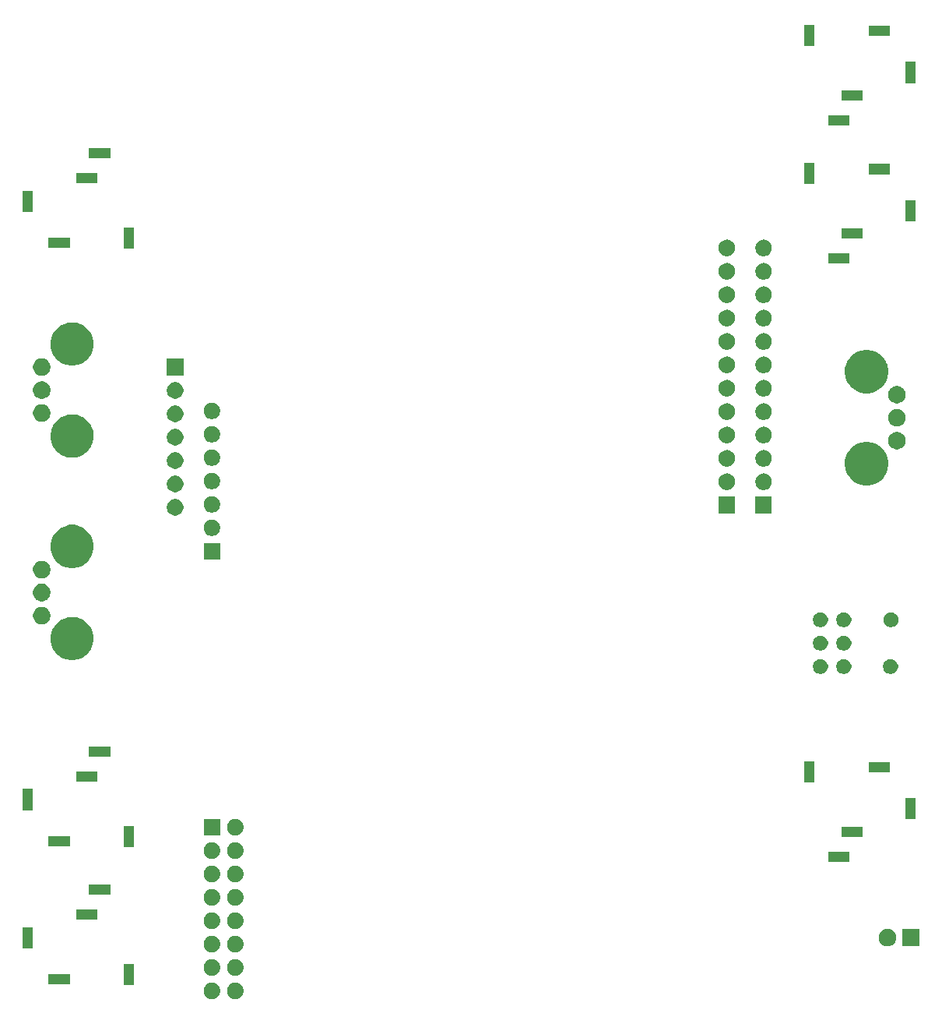
<source format=gbr>
G04 #@! TF.GenerationSoftware,KiCad,Pcbnew,(5.1.5)-3*
G04 #@! TF.CreationDate,2020-12-06T19:13:11-07:00*
G04 #@! TF.ProjectId,LFO,4c464f2e-6b69-4636-9164-5f7063625858,rev?*
G04 #@! TF.SameCoordinates,Original*
G04 #@! TF.FileFunction,Soldermask,Bot*
G04 #@! TF.FilePolarity,Negative*
%FSLAX46Y46*%
G04 Gerber Fmt 4.6, Leading zero omitted, Abs format (unit mm)*
G04 Created by KiCad (PCBNEW (5.1.5)-3) date 2020-12-06 19:13:11*
%MOMM*%
%LPD*%
G04 APERTURE LIST*
%ADD10C,0.100000*%
G04 APERTURE END LIST*
D10*
G36*
X24653512Y-106883927D02*
G01*
X24802812Y-106913624D01*
X24966784Y-106981544D01*
X25114354Y-107080147D01*
X25239853Y-107205646D01*
X25338456Y-107353216D01*
X25406376Y-107517188D01*
X25441000Y-107691259D01*
X25441000Y-107868741D01*
X25406376Y-108042812D01*
X25338456Y-108206784D01*
X25239853Y-108354354D01*
X25114354Y-108479853D01*
X24966784Y-108578456D01*
X24802812Y-108646376D01*
X24653512Y-108676073D01*
X24628742Y-108681000D01*
X24451258Y-108681000D01*
X24426488Y-108676073D01*
X24277188Y-108646376D01*
X24113216Y-108578456D01*
X23965646Y-108479853D01*
X23840147Y-108354354D01*
X23741544Y-108206784D01*
X23673624Y-108042812D01*
X23639000Y-107868741D01*
X23639000Y-107691259D01*
X23673624Y-107517188D01*
X23741544Y-107353216D01*
X23840147Y-107205646D01*
X23965646Y-107080147D01*
X24113216Y-106981544D01*
X24277188Y-106913624D01*
X24426488Y-106883927D01*
X24451258Y-106879000D01*
X24628742Y-106879000D01*
X24653512Y-106883927D01*
G37*
G36*
X22113512Y-106883927D02*
G01*
X22262812Y-106913624D01*
X22426784Y-106981544D01*
X22574354Y-107080147D01*
X22699853Y-107205646D01*
X22798456Y-107353216D01*
X22866376Y-107517188D01*
X22901000Y-107691259D01*
X22901000Y-107868741D01*
X22866376Y-108042812D01*
X22798456Y-108206784D01*
X22699853Y-108354354D01*
X22574354Y-108479853D01*
X22426784Y-108578456D01*
X22262812Y-108646376D01*
X22113512Y-108676073D01*
X22088742Y-108681000D01*
X21911258Y-108681000D01*
X21886488Y-108676073D01*
X21737188Y-108646376D01*
X21573216Y-108578456D01*
X21425646Y-108479853D01*
X21300147Y-108354354D01*
X21201544Y-108206784D01*
X21133624Y-108042812D01*
X21099000Y-107868741D01*
X21099000Y-107691259D01*
X21133624Y-107517188D01*
X21201544Y-107353216D01*
X21300147Y-107205646D01*
X21425646Y-107080147D01*
X21573216Y-106981544D01*
X21737188Y-106913624D01*
X21886488Y-106883927D01*
X21911258Y-106879000D01*
X22088742Y-106879000D01*
X22113512Y-106883927D01*
G37*
G36*
X13551000Y-107151000D02*
G01*
X12449000Y-107151000D01*
X12449000Y-104849000D01*
X13551000Y-104849000D01*
X13551000Y-107151000D01*
G37*
G36*
X6551000Y-107051000D02*
G01*
X4249000Y-107051000D01*
X4249000Y-105949000D01*
X6551000Y-105949000D01*
X6551000Y-107051000D01*
G37*
G36*
X24653512Y-104343927D02*
G01*
X24802812Y-104373624D01*
X24966784Y-104441544D01*
X25114354Y-104540147D01*
X25239853Y-104665646D01*
X25338456Y-104813216D01*
X25406376Y-104977188D01*
X25441000Y-105151259D01*
X25441000Y-105328741D01*
X25406376Y-105502812D01*
X25338456Y-105666784D01*
X25239853Y-105814354D01*
X25114354Y-105939853D01*
X24966784Y-106038456D01*
X24802812Y-106106376D01*
X24653512Y-106136073D01*
X24628742Y-106141000D01*
X24451258Y-106141000D01*
X24426488Y-106136073D01*
X24277188Y-106106376D01*
X24113216Y-106038456D01*
X23965646Y-105939853D01*
X23840147Y-105814354D01*
X23741544Y-105666784D01*
X23673624Y-105502812D01*
X23639000Y-105328741D01*
X23639000Y-105151259D01*
X23673624Y-104977188D01*
X23741544Y-104813216D01*
X23840147Y-104665646D01*
X23965646Y-104540147D01*
X24113216Y-104441544D01*
X24277188Y-104373624D01*
X24426488Y-104343927D01*
X24451258Y-104339000D01*
X24628742Y-104339000D01*
X24653512Y-104343927D01*
G37*
G36*
X22113512Y-104343927D02*
G01*
X22262812Y-104373624D01*
X22426784Y-104441544D01*
X22574354Y-104540147D01*
X22699853Y-104665646D01*
X22798456Y-104813216D01*
X22866376Y-104977188D01*
X22901000Y-105151259D01*
X22901000Y-105328741D01*
X22866376Y-105502812D01*
X22798456Y-105666784D01*
X22699853Y-105814354D01*
X22574354Y-105939853D01*
X22426784Y-106038456D01*
X22262812Y-106106376D01*
X22113512Y-106136073D01*
X22088742Y-106141000D01*
X21911258Y-106141000D01*
X21886488Y-106136073D01*
X21737188Y-106106376D01*
X21573216Y-106038456D01*
X21425646Y-105939853D01*
X21300147Y-105814354D01*
X21201544Y-105666784D01*
X21133624Y-105502812D01*
X21099000Y-105328741D01*
X21099000Y-105151259D01*
X21133624Y-104977188D01*
X21201544Y-104813216D01*
X21300147Y-104665646D01*
X21425646Y-104540147D01*
X21573216Y-104441544D01*
X21737188Y-104373624D01*
X21886488Y-104343927D01*
X21911258Y-104339000D01*
X22088742Y-104339000D01*
X22113512Y-104343927D01*
G37*
G36*
X24653512Y-101803927D02*
G01*
X24802812Y-101833624D01*
X24966784Y-101901544D01*
X25114354Y-102000147D01*
X25239853Y-102125646D01*
X25338456Y-102273216D01*
X25406376Y-102437188D01*
X25441000Y-102611259D01*
X25441000Y-102788741D01*
X25406376Y-102962812D01*
X25338456Y-103126784D01*
X25239853Y-103274354D01*
X25114354Y-103399853D01*
X24966784Y-103498456D01*
X24802812Y-103566376D01*
X24653512Y-103596073D01*
X24628742Y-103601000D01*
X24451258Y-103601000D01*
X24426488Y-103596073D01*
X24277188Y-103566376D01*
X24113216Y-103498456D01*
X23965646Y-103399853D01*
X23840147Y-103274354D01*
X23741544Y-103126784D01*
X23673624Y-102962812D01*
X23639000Y-102788741D01*
X23639000Y-102611259D01*
X23673624Y-102437188D01*
X23741544Y-102273216D01*
X23840147Y-102125646D01*
X23965646Y-102000147D01*
X24113216Y-101901544D01*
X24277188Y-101833624D01*
X24426488Y-101803927D01*
X24451258Y-101799000D01*
X24628742Y-101799000D01*
X24653512Y-101803927D01*
G37*
G36*
X22113512Y-101803927D02*
G01*
X22262812Y-101833624D01*
X22426784Y-101901544D01*
X22574354Y-102000147D01*
X22699853Y-102125646D01*
X22798456Y-102273216D01*
X22866376Y-102437188D01*
X22901000Y-102611259D01*
X22901000Y-102788741D01*
X22866376Y-102962812D01*
X22798456Y-103126784D01*
X22699853Y-103274354D01*
X22574354Y-103399853D01*
X22426784Y-103498456D01*
X22262812Y-103566376D01*
X22113512Y-103596073D01*
X22088742Y-103601000D01*
X21911258Y-103601000D01*
X21886488Y-103596073D01*
X21737188Y-103566376D01*
X21573216Y-103498456D01*
X21425646Y-103399853D01*
X21300147Y-103274354D01*
X21201544Y-103126784D01*
X21133624Y-102962812D01*
X21099000Y-102788741D01*
X21099000Y-102611259D01*
X21133624Y-102437188D01*
X21201544Y-102273216D01*
X21300147Y-102125646D01*
X21425646Y-102000147D01*
X21573216Y-101901544D01*
X21737188Y-101833624D01*
X21886488Y-101803927D01*
X21911258Y-101799000D01*
X22088742Y-101799000D01*
X22113512Y-101803927D01*
G37*
G36*
X2551000Y-103151000D02*
G01*
X1449000Y-103151000D01*
X1449000Y-100849000D01*
X2551000Y-100849000D01*
X2551000Y-103151000D01*
G37*
G36*
X98951000Y-102951000D02*
G01*
X97049000Y-102951000D01*
X97049000Y-101049000D01*
X98951000Y-101049000D01*
X98951000Y-102951000D01*
G37*
G36*
X95737395Y-101085546D02*
G01*
X95910466Y-101157234D01*
X95910467Y-101157235D01*
X96066227Y-101261310D01*
X96198690Y-101393773D01*
X96198691Y-101393775D01*
X96302766Y-101549534D01*
X96374454Y-101722605D01*
X96411000Y-101906333D01*
X96411000Y-102093667D01*
X96374454Y-102277395D01*
X96302766Y-102450466D01*
X96302765Y-102450467D01*
X96198690Y-102606227D01*
X96066227Y-102738690D01*
X95991320Y-102788741D01*
X95910466Y-102842766D01*
X95737395Y-102914454D01*
X95553667Y-102951000D01*
X95366333Y-102951000D01*
X95182605Y-102914454D01*
X95009534Y-102842766D01*
X94928680Y-102788741D01*
X94853773Y-102738690D01*
X94721310Y-102606227D01*
X94617235Y-102450467D01*
X94617234Y-102450466D01*
X94545546Y-102277395D01*
X94509000Y-102093667D01*
X94509000Y-101906333D01*
X94545546Y-101722605D01*
X94617234Y-101549534D01*
X94721309Y-101393775D01*
X94721310Y-101393773D01*
X94853773Y-101261310D01*
X95009533Y-101157235D01*
X95009534Y-101157234D01*
X95182605Y-101085546D01*
X95366333Y-101049000D01*
X95553667Y-101049000D01*
X95737395Y-101085546D01*
G37*
G36*
X24653512Y-99263927D02*
G01*
X24802812Y-99293624D01*
X24966784Y-99361544D01*
X25114354Y-99460147D01*
X25239853Y-99585646D01*
X25338456Y-99733216D01*
X25406376Y-99897188D01*
X25441000Y-100071259D01*
X25441000Y-100248741D01*
X25406376Y-100422812D01*
X25338456Y-100586784D01*
X25239853Y-100734354D01*
X25114354Y-100859853D01*
X24966784Y-100958456D01*
X24802812Y-101026376D01*
X24653512Y-101056073D01*
X24628742Y-101061000D01*
X24451258Y-101061000D01*
X24426488Y-101056073D01*
X24277188Y-101026376D01*
X24113216Y-100958456D01*
X23965646Y-100859853D01*
X23840147Y-100734354D01*
X23741544Y-100586784D01*
X23673624Y-100422812D01*
X23639000Y-100248741D01*
X23639000Y-100071259D01*
X23673624Y-99897188D01*
X23741544Y-99733216D01*
X23840147Y-99585646D01*
X23965646Y-99460147D01*
X24113216Y-99361544D01*
X24277188Y-99293624D01*
X24426488Y-99263927D01*
X24451258Y-99259000D01*
X24628742Y-99259000D01*
X24653512Y-99263927D01*
G37*
G36*
X22113512Y-99263927D02*
G01*
X22262812Y-99293624D01*
X22426784Y-99361544D01*
X22574354Y-99460147D01*
X22699853Y-99585646D01*
X22798456Y-99733216D01*
X22866376Y-99897188D01*
X22901000Y-100071259D01*
X22901000Y-100248741D01*
X22866376Y-100422812D01*
X22798456Y-100586784D01*
X22699853Y-100734354D01*
X22574354Y-100859853D01*
X22426784Y-100958456D01*
X22262812Y-101026376D01*
X22113512Y-101056073D01*
X22088742Y-101061000D01*
X21911258Y-101061000D01*
X21886488Y-101056073D01*
X21737188Y-101026376D01*
X21573216Y-100958456D01*
X21425646Y-100859853D01*
X21300147Y-100734354D01*
X21201544Y-100586784D01*
X21133624Y-100422812D01*
X21099000Y-100248741D01*
X21099000Y-100071259D01*
X21133624Y-99897188D01*
X21201544Y-99733216D01*
X21300147Y-99585646D01*
X21425646Y-99460147D01*
X21573216Y-99361544D01*
X21737188Y-99293624D01*
X21886488Y-99263927D01*
X21911258Y-99259000D01*
X22088742Y-99259000D01*
X22113512Y-99263927D01*
G37*
G36*
X9551000Y-100051000D02*
G01*
X7249000Y-100051000D01*
X7249000Y-98949000D01*
X9551000Y-98949000D01*
X9551000Y-100051000D01*
G37*
G36*
X24653512Y-96723927D02*
G01*
X24802812Y-96753624D01*
X24966784Y-96821544D01*
X25114354Y-96920147D01*
X25239853Y-97045646D01*
X25338456Y-97193216D01*
X25406376Y-97357188D01*
X25441000Y-97531259D01*
X25441000Y-97708741D01*
X25406376Y-97882812D01*
X25338456Y-98046784D01*
X25239853Y-98194354D01*
X25114354Y-98319853D01*
X24966784Y-98418456D01*
X24802812Y-98486376D01*
X24653512Y-98516073D01*
X24628742Y-98521000D01*
X24451258Y-98521000D01*
X24426488Y-98516073D01*
X24277188Y-98486376D01*
X24113216Y-98418456D01*
X23965646Y-98319853D01*
X23840147Y-98194354D01*
X23741544Y-98046784D01*
X23673624Y-97882812D01*
X23639000Y-97708741D01*
X23639000Y-97531259D01*
X23673624Y-97357188D01*
X23741544Y-97193216D01*
X23840147Y-97045646D01*
X23965646Y-96920147D01*
X24113216Y-96821544D01*
X24277188Y-96753624D01*
X24426488Y-96723927D01*
X24451258Y-96719000D01*
X24628742Y-96719000D01*
X24653512Y-96723927D01*
G37*
G36*
X22113512Y-96723927D02*
G01*
X22262812Y-96753624D01*
X22426784Y-96821544D01*
X22574354Y-96920147D01*
X22699853Y-97045646D01*
X22798456Y-97193216D01*
X22866376Y-97357188D01*
X22901000Y-97531259D01*
X22901000Y-97708741D01*
X22866376Y-97882812D01*
X22798456Y-98046784D01*
X22699853Y-98194354D01*
X22574354Y-98319853D01*
X22426784Y-98418456D01*
X22262812Y-98486376D01*
X22113512Y-98516073D01*
X22088742Y-98521000D01*
X21911258Y-98521000D01*
X21886488Y-98516073D01*
X21737188Y-98486376D01*
X21573216Y-98418456D01*
X21425646Y-98319853D01*
X21300147Y-98194354D01*
X21201544Y-98046784D01*
X21133624Y-97882812D01*
X21099000Y-97708741D01*
X21099000Y-97531259D01*
X21133624Y-97357188D01*
X21201544Y-97193216D01*
X21300147Y-97045646D01*
X21425646Y-96920147D01*
X21573216Y-96821544D01*
X21737188Y-96753624D01*
X21886488Y-96723927D01*
X21911258Y-96719000D01*
X22088742Y-96719000D01*
X22113512Y-96723927D01*
G37*
G36*
X10951000Y-97351000D02*
G01*
X8649000Y-97351000D01*
X8649000Y-96249000D01*
X10951000Y-96249000D01*
X10951000Y-97351000D01*
G37*
G36*
X24653512Y-94183927D02*
G01*
X24802812Y-94213624D01*
X24966784Y-94281544D01*
X25114354Y-94380147D01*
X25239853Y-94505646D01*
X25338456Y-94653216D01*
X25406376Y-94817188D01*
X25441000Y-94991259D01*
X25441000Y-95168741D01*
X25406376Y-95342812D01*
X25338456Y-95506784D01*
X25239853Y-95654354D01*
X25114354Y-95779853D01*
X24966784Y-95878456D01*
X24802812Y-95946376D01*
X24653512Y-95976073D01*
X24628742Y-95981000D01*
X24451258Y-95981000D01*
X24426488Y-95976073D01*
X24277188Y-95946376D01*
X24113216Y-95878456D01*
X23965646Y-95779853D01*
X23840147Y-95654354D01*
X23741544Y-95506784D01*
X23673624Y-95342812D01*
X23639000Y-95168741D01*
X23639000Y-94991259D01*
X23673624Y-94817188D01*
X23741544Y-94653216D01*
X23840147Y-94505646D01*
X23965646Y-94380147D01*
X24113216Y-94281544D01*
X24277188Y-94213624D01*
X24426488Y-94183927D01*
X24451258Y-94179000D01*
X24628742Y-94179000D01*
X24653512Y-94183927D01*
G37*
G36*
X22113512Y-94183927D02*
G01*
X22262812Y-94213624D01*
X22426784Y-94281544D01*
X22574354Y-94380147D01*
X22699853Y-94505646D01*
X22798456Y-94653216D01*
X22866376Y-94817188D01*
X22901000Y-94991259D01*
X22901000Y-95168741D01*
X22866376Y-95342812D01*
X22798456Y-95506784D01*
X22699853Y-95654354D01*
X22574354Y-95779853D01*
X22426784Y-95878456D01*
X22262812Y-95946376D01*
X22113512Y-95976073D01*
X22088742Y-95981000D01*
X21911258Y-95981000D01*
X21886488Y-95976073D01*
X21737188Y-95946376D01*
X21573216Y-95878456D01*
X21425646Y-95779853D01*
X21300147Y-95654354D01*
X21201544Y-95506784D01*
X21133624Y-95342812D01*
X21099000Y-95168741D01*
X21099000Y-94991259D01*
X21133624Y-94817188D01*
X21201544Y-94653216D01*
X21300147Y-94505646D01*
X21425646Y-94380147D01*
X21573216Y-94281544D01*
X21737188Y-94213624D01*
X21886488Y-94183927D01*
X21911258Y-94179000D01*
X22088742Y-94179000D01*
X22113512Y-94183927D01*
G37*
G36*
X91351000Y-93751000D02*
G01*
X89049000Y-93751000D01*
X89049000Y-92649000D01*
X91351000Y-92649000D01*
X91351000Y-93751000D01*
G37*
G36*
X22113512Y-91643927D02*
G01*
X22262812Y-91673624D01*
X22426784Y-91741544D01*
X22574354Y-91840147D01*
X22699853Y-91965646D01*
X22798456Y-92113216D01*
X22866376Y-92277188D01*
X22901000Y-92451259D01*
X22901000Y-92628741D01*
X22866376Y-92802812D01*
X22798456Y-92966784D01*
X22699853Y-93114354D01*
X22574354Y-93239853D01*
X22426784Y-93338456D01*
X22262812Y-93406376D01*
X22113512Y-93436073D01*
X22088742Y-93441000D01*
X21911258Y-93441000D01*
X21886488Y-93436073D01*
X21737188Y-93406376D01*
X21573216Y-93338456D01*
X21425646Y-93239853D01*
X21300147Y-93114354D01*
X21201544Y-92966784D01*
X21133624Y-92802812D01*
X21099000Y-92628741D01*
X21099000Y-92451259D01*
X21133624Y-92277188D01*
X21201544Y-92113216D01*
X21300147Y-91965646D01*
X21425646Y-91840147D01*
X21573216Y-91741544D01*
X21737188Y-91673624D01*
X21886488Y-91643927D01*
X21911258Y-91639000D01*
X22088742Y-91639000D01*
X22113512Y-91643927D01*
G37*
G36*
X24653512Y-91643927D02*
G01*
X24802812Y-91673624D01*
X24966784Y-91741544D01*
X25114354Y-91840147D01*
X25239853Y-91965646D01*
X25338456Y-92113216D01*
X25406376Y-92277188D01*
X25441000Y-92451259D01*
X25441000Y-92628741D01*
X25406376Y-92802812D01*
X25338456Y-92966784D01*
X25239853Y-93114354D01*
X25114354Y-93239853D01*
X24966784Y-93338456D01*
X24802812Y-93406376D01*
X24653512Y-93436073D01*
X24628742Y-93441000D01*
X24451258Y-93441000D01*
X24426488Y-93436073D01*
X24277188Y-93406376D01*
X24113216Y-93338456D01*
X23965646Y-93239853D01*
X23840147Y-93114354D01*
X23741544Y-92966784D01*
X23673624Y-92802812D01*
X23639000Y-92628741D01*
X23639000Y-92451259D01*
X23673624Y-92277188D01*
X23741544Y-92113216D01*
X23840147Y-91965646D01*
X23965646Y-91840147D01*
X24113216Y-91741544D01*
X24277188Y-91673624D01*
X24426488Y-91643927D01*
X24451258Y-91639000D01*
X24628742Y-91639000D01*
X24653512Y-91643927D01*
G37*
G36*
X13551000Y-92151000D02*
G01*
X12449000Y-92151000D01*
X12449000Y-89849000D01*
X13551000Y-89849000D01*
X13551000Y-92151000D01*
G37*
G36*
X6551000Y-92051000D02*
G01*
X4249000Y-92051000D01*
X4249000Y-90949000D01*
X6551000Y-90949000D01*
X6551000Y-92051000D01*
G37*
G36*
X92751000Y-91051000D02*
G01*
X90449000Y-91051000D01*
X90449000Y-89949000D01*
X92751000Y-89949000D01*
X92751000Y-91051000D01*
G37*
G36*
X24653512Y-89103927D02*
G01*
X24802812Y-89133624D01*
X24966784Y-89201544D01*
X25114354Y-89300147D01*
X25239853Y-89425646D01*
X25338456Y-89573216D01*
X25406376Y-89737188D01*
X25441000Y-89911259D01*
X25441000Y-90088741D01*
X25406376Y-90262812D01*
X25338456Y-90426784D01*
X25239853Y-90574354D01*
X25114354Y-90699853D01*
X24966784Y-90798456D01*
X24802812Y-90866376D01*
X24653512Y-90896073D01*
X24628742Y-90901000D01*
X24451258Y-90901000D01*
X24426488Y-90896073D01*
X24277188Y-90866376D01*
X24113216Y-90798456D01*
X23965646Y-90699853D01*
X23840147Y-90574354D01*
X23741544Y-90426784D01*
X23673624Y-90262812D01*
X23639000Y-90088741D01*
X23639000Y-89911259D01*
X23673624Y-89737188D01*
X23741544Y-89573216D01*
X23840147Y-89425646D01*
X23965646Y-89300147D01*
X24113216Y-89201544D01*
X24277188Y-89133624D01*
X24426488Y-89103927D01*
X24451258Y-89099000D01*
X24628742Y-89099000D01*
X24653512Y-89103927D01*
G37*
G36*
X22901000Y-90901000D02*
G01*
X21099000Y-90901000D01*
X21099000Y-89099000D01*
X22901000Y-89099000D01*
X22901000Y-90901000D01*
G37*
G36*
X98551000Y-89151000D02*
G01*
X97449000Y-89151000D01*
X97449000Y-86849000D01*
X98551000Y-86849000D01*
X98551000Y-89151000D01*
G37*
G36*
X2551000Y-88151000D02*
G01*
X1449000Y-88151000D01*
X1449000Y-85849000D01*
X2551000Y-85849000D01*
X2551000Y-88151000D01*
G37*
G36*
X87551000Y-85151000D02*
G01*
X86449000Y-85151000D01*
X86449000Y-82849000D01*
X87551000Y-82849000D01*
X87551000Y-85151000D01*
G37*
G36*
X9551000Y-85051000D02*
G01*
X7249000Y-85051000D01*
X7249000Y-83949000D01*
X9551000Y-83949000D01*
X9551000Y-85051000D01*
G37*
G36*
X95751000Y-84051000D02*
G01*
X93449000Y-84051000D01*
X93449000Y-82949000D01*
X95751000Y-82949000D01*
X95751000Y-84051000D01*
G37*
G36*
X10951000Y-82351000D02*
G01*
X8649000Y-82351000D01*
X8649000Y-81249000D01*
X10951000Y-81249000D01*
X10951000Y-82351000D01*
G37*
G36*
X96047142Y-71758242D02*
G01*
X96195101Y-71819529D01*
X96328255Y-71908499D01*
X96441501Y-72021745D01*
X96530471Y-72154899D01*
X96591758Y-72302858D01*
X96623000Y-72459925D01*
X96623000Y-72620075D01*
X96591758Y-72777142D01*
X96530471Y-72925101D01*
X96441501Y-73058255D01*
X96328255Y-73171501D01*
X96195101Y-73260471D01*
X96047142Y-73321758D01*
X95890075Y-73353000D01*
X95729925Y-73353000D01*
X95572858Y-73321758D01*
X95424899Y-73260471D01*
X95291745Y-73171501D01*
X95178499Y-73058255D01*
X95089529Y-72925101D01*
X95028242Y-72777142D01*
X94997000Y-72620075D01*
X94997000Y-72459925D01*
X95028242Y-72302858D01*
X95089529Y-72154899D01*
X95178499Y-72021745D01*
X95291745Y-71908499D01*
X95424899Y-71819529D01*
X95572858Y-71758242D01*
X95729925Y-71727000D01*
X95890075Y-71727000D01*
X96047142Y-71758242D01*
G37*
G36*
X88427142Y-71758242D02*
G01*
X88575101Y-71819529D01*
X88708255Y-71908499D01*
X88821501Y-72021745D01*
X88910471Y-72154899D01*
X88971758Y-72302858D01*
X89003000Y-72459925D01*
X89003000Y-72620075D01*
X88971758Y-72777142D01*
X88910471Y-72925101D01*
X88821501Y-73058255D01*
X88708255Y-73171501D01*
X88575101Y-73260471D01*
X88427142Y-73321758D01*
X88270075Y-73353000D01*
X88109925Y-73353000D01*
X87952858Y-73321758D01*
X87804899Y-73260471D01*
X87671745Y-73171501D01*
X87558499Y-73058255D01*
X87469529Y-72925101D01*
X87408242Y-72777142D01*
X87377000Y-72620075D01*
X87377000Y-72459925D01*
X87408242Y-72302858D01*
X87469529Y-72154899D01*
X87558499Y-72021745D01*
X87671745Y-71908499D01*
X87804899Y-71819529D01*
X87952858Y-71758242D01*
X88109925Y-71727000D01*
X88270075Y-71727000D01*
X88427142Y-71758242D01*
G37*
G36*
X90967142Y-71758242D02*
G01*
X91115101Y-71819529D01*
X91248255Y-71908499D01*
X91361501Y-72021745D01*
X91450471Y-72154899D01*
X91511758Y-72302858D01*
X91543000Y-72459925D01*
X91543000Y-72620075D01*
X91511758Y-72777142D01*
X91450471Y-72925101D01*
X91361501Y-73058255D01*
X91248255Y-73171501D01*
X91115101Y-73260471D01*
X90967142Y-73321758D01*
X90810075Y-73353000D01*
X90649925Y-73353000D01*
X90492858Y-73321758D01*
X90344899Y-73260471D01*
X90211745Y-73171501D01*
X90098499Y-73058255D01*
X90009529Y-72925101D01*
X89948242Y-72777142D01*
X89917000Y-72620075D01*
X89917000Y-72459925D01*
X89948242Y-72302858D01*
X90009529Y-72154899D01*
X90098499Y-72021745D01*
X90211745Y-71908499D01*
X90344899Y-71819529D01*
X90492858Y-71758242D01*
X90649925Y-71727000D01*
X90810075Y-71727000D01*
X90967142Y-71758242D01*
G37*
G36*
X7334358Y-67209232D02*
G01*
X7485761Y-67239348D01*
X7913616Y-67416571D01*
X8298675Y-67673859D01*
X8626141Y-68001325D01*
X8745842Y-68180471D01*
X8883430Y-68386386D01*
X9060652Y-68814240D01*
X9151000Y-69268445D01*
X9151000Y-69731555D01*
X9144773Y-69762858D01*
X9060652Y-70185761D01*
X8883429Y-70613616D01*
X8626141Y-70998675D01*
X8298675Y-71326141D01*
X7913616Y-71583429D01*
X7485761Y-71760652D01*
X7334358Y-71790768D01*
X7031555Y-71851000D01*
X6568445Y-71851000D01*
X6265642Y-71790768D01*
X6114239Y-71760652D01*
X5686384Y-71583429D01*
X5301325Y-71326141D01*
X4973859Y-70998675D01*
X4716571Y-70613616D01*
X4539348Y-70185761D01*
X4455227Y-69762858D01*
X4449000Y-69731555D01*
X4449000Y-69268445D01*
X4539348Y-68814240D01*
X4716570Y-68386386D01*
X4854158Y-68180471D01*
X4973859Y-68001325D01*
X5301325Y-67673859D01*
X5686384Y-67416571D01*
X6114239Y-67239348D01*
X6265642Y-67209232D01*
X6568445Y-67149000D01*
X7031555Y-67149000D01*
X7334358Y-67209232D01*
G37*
G36*
X90967142Y-69218242D02*
G01*
X91115101Y-69279529D01*
X91248255Y-69368499D01*
X91361501Y-69481745D01*
X91450471Y-69614899D01*
X91511758Y-69762858D01*
X91543000Y-69919925D01*
X91543000Y-70080075D01*
X91511758Y-70237142D01*
X91450471Y-70385101D01*
X91361501Y-70518255D01*
X91248255Y-70631501D01*
X91115101Y-70720471D01*
X90967142Y-70781758D01*
X90810075Y-70813000D01*
X90649925Y-70813000D01*
X90492858Y-70781758D01*
X90344899Y-70720471D01*
X90211745Y-70631501D01*
X90098499Y-70518255D01*
X90009529Y-70385101D01*
X89948242Y-70237142D01*
X89917000Y-70080075D01*
X89917000Y-69919925D01*
X89948242Y-69762858D01*
X90009529Y-69614899D01*
X90098499Y-69481745D01*
X90211745Y-69368499D01*
X90344899Y-69279529D01*
X90492858Y-69218242D01*
X90649925Y-69187000D01*
X90810075Y-69187000D01*
X90967142Y-69218242D01*
G37*
G36*
X88427142Y-69218242D02*
G01*
X88575101Y-69279529D01*
X88708255Y-69368499D01*
X88821501Y-69481745D01*
X88910471Y-69614899D01*
X88971758Y-69762858D01*
X89003000Y-69919925D01*
X89003000Y-70080075D01*
X88971758Y-70237142D01*
X88910471Y-70385101D01*
X88821501Y-70518255D01*
X88708255Y-70631501D01*
X88575101Y-70720471D01*
X88427142Y-70781758D01*
X88270075Y-70813000D01*
X88109925Y-70813000D01*
X87952858Y-70781758D01*
X87804899Y-70720471D01*
X87671745Y-70631501D01*
X87558499Y-70518255D01*
X87469529Y-70385101D01*
X87408242Y-70237142D01*
X87377000Y-70080075D01*
X87377000Y-69919925D01*
X87408242Y-69762858D01*
X87469529Y-69614899D01*
X87558499Y-69481745D01*
X87671745Y-69368499D01*
X87804899Y-69279529D01*
X87952858Y-69218242D01*
X88109925Y-69187000D01*
X88270075Y-69187000D01*
X88427142Y-69218242D01*
G37*
G36*
X90967142Y-66678242D02*
G01*
X91115101Y-66739529D01*
X91248255Y-66828499D01*
X91361501Y-66941745D01*
X91450471Y-67074899D01*
X91511758Y-67222858D01*
X91543000Y-67379925D01*
X91543000Y-67540075D01*
X91511758Y-67697142D01*
X91450471Y-67845101D01*
X91361501Y-67978255D01*
X91248255Y-68091501D01*
X91115101Y-68180471D01*
X90967142Y-68241758D01*
X90810075Y-68273000D01*
X90649925Y-68273000D01*
X90492858Y-68241758D01*
X90344899Y-68180471D01*
X90211745Y-68091501D01*
X90098499Y-67978255D01*
X90009529Y-67845101D01*
X89948242Y-67697142D01*
X89917000Y-67540075D01*
X89917000Y-67379925D01*
X89948242Y-67222858D01*
X90009529Y-67074899D01*
X90098499Y-66941745D01*
X90211745Y-66828499D01*
X90344899Y-66739529D01*
X90492858Y-66678242D01*
X90649925Y-66647000D01*
X90810075Y-66647000D01*
X90967142Y-66678242D01*
G37*
G36*
X88427142Y-66678242D02*
G01*
X88575101Y-66739529D01*
X88708255Y-66828499D01*
X88821501Y-66941745D01*
X88910471Y-67074899D01*
X88971758Y-67222858D01*
X89003000Y-67379925D01*
X89003000Y-67540075D01*
X88971758Y-67697142D01*
X88910471Y-67845101D01*
X88821501Y-67978255D01*
X88708255Y-68091501D01*
X88575101Y-68180471D01*
X88427142Y-68241758D01*
X88270075Y-68273000D01*
X88109925Y-68273000D01*
X87952858Y-68241758D01*
X87804899Y-68180471D01*
X87671745Y-68091501D01*
X87558499Y-67978255D01*
X87469529Y-67845101D01*
X87408242Y-67697142D01*
X87377000Y-67540075D01*
X87377000Y-67379925D01*
X87408242Y-67222858D01*
X87469529Y-67074899D01*
X87558499Y-66941745D01*
X87671745Y-66828499D01*
X87804899Y-66739529D01*
X87952858Y-66678242D01*
X88109925Y-66647000D01*
X88270075Y-66647000D01*
X88427142Y-66678242D01*
G37*
G36*
X96077142Y-66678242D02*
G01*
X96225101Y-66739529D01*
X96358255Y-66828499D01*
X96471501Y-66941745D01*
X96560471Y-67074899D01*
X96621758Y-67222858D01*
X96653000Y-67379925D01*
X96653000Y-67540075D01*
X96621758Y-67697142D01*
X96560471Y-67845101D01*
X96471501Y-67978255D01*
X96358255Y-68091501D01*
X96225101Y-68180471D01*
X96077142Y-68241758D01*
X95920075Y-68273000D01*
X95759925Y-68273000D01*
X95602858Y-68241758D01*
X95454899Y-68180471D01*
X95321745Y-68091501D01*
X95208499Y-67978255D01*
X95119529Y-67845101D01*
X95058242Y-67697142D01*
X95027000Y-67540075D01*
X95027000Y-67379925D01*
X95058242Y-67222858D01*
X95119529Y-67074899D01*
X95208499Y-66941745D01*
X95321745Y-66828499D01*
X95454899Y-66739529D01*
X95602858Y-66678242D01*
X95759925Y-66647000D01*
X95920075Y-66647000D01*
X96077142Y-66678242D01*
G37*
G36*
X3777395Y-66085546D02*
G01*
X3950466Y-66157234D01*
X3950467Y-66157235D01*
X4106227Y-66261310D01*
X4238690Y-66393773D01*
X4238691Y-66393775D01*
X4342766Y-66549534D01*
X4414454Y-66722605D01*
X4451000Y-66906333D01*
X4451000Y-67093667D01*
X4414454Y-67277395D01*
X4342766Y-67450466D01*
X4342765Y-67450467D01*
X4238690Y-67606227D01*
X4106227Y-67738690D01*
X4027818Y-67791081D01*
X3950466Y-67842766D01*
X3777395Y-67914454D01*
X3593667Y-67951000D01*
X3406333Y-67951000D01*
X3222605Y-67914454D01*
X3049534Y-67842766D01*
X2972182Y-67791081D01*
X2893773Y-67738690D01*
X2761310Y-67606227D01*
X2657235Y-67450467D01*
X2657234Y-67450466D01*
X2585546Y-67277395D01*
X2549000Y-67093667D01*
X2549000Y-66906333D01*
X2585546Y-66722605D01*
X2657234Y-66549534D01*
X2761309Y-66393775D01*
X2761310Y-66393773D01*
X2893773Y-66261310D01*
X3049533Y-66157235D01*
X3049534Y-66157234D01*
X3222605Y-66085546D01*
X3406333Y-66049000D01*
X3593667Y-66049000D01*
X3777395Y-66085546D01*
G37*
G36*
X3777395Y-63585546D02*
G01*
X3950466Y-63657234D01*
X3950467Y-63657235D01*
X4106227Y-63761310D01*
X4238690Y-63893773D01*
X4238691Y-63893775D01*
X4342766Y-64049534D01*
X4414454Y-64222605D01*
X4451000Y-64406333D01*
X4451000Y-64593667D01*
X4414454Y-64777395D01*
X4342766Y-64950466D01*
X4342765Y-64950467D01*
X4238690Y-65106227D01*
X4106227Y-65238690D01*
X4027818Y-65291081D01*
X3950466Y-65342766D01*
X3777395Y-65414454D01*
X3593667Y-65451000D01*
X3406333Y-65451000D01*
X3222605Y-65414454D01*
X3049534Y-65342766D01*
X2972182Y-65291081D01*
X2893773Y-65238690D01*
X2761310Y-65106227D01*
X2657235Y-64950467D01*
X2657234Y-64950466D01*
X2585546Y-64777395D01*
X2549000Y-64593667D01*
X2549000Y-64406333D01*
X2585546Y-64222605D01*
X2657234Y-64049534D01*
X2761309Y-63893775D01*
X2761310Y-63893773D01*
X2893773Y-63761310D01*
X3049533Y-63657235D01*
X3049534Y-63657234D01*
X3222605Y-63585546D01*
X3406333Y-63549000D01*
X3593667Y-63549000D01*
X3777395Y-63585546D01*
G37*
G36*
X3777395Y-61085546D02*
G01*
X3950466Y-61157234D01*
X3950467Y-61157235D01*
X4106227Y-61261310D01*
X4238690Y-61393773D01*
X4238691Y-61393775D01*
X4342766Y-61549534D01*
X4414454Y-61722605D01*
X4451000Y-61906333D01*
X4451000Y-62093667D01*
X4414454Y-62277395D01*
X4342766Y-62450466D01*
X4342765Y-62450467D01*
X4238690Y-62606227D01*
X4106227Y-62738690D01*
X4027818Y-62791081D01*
X3950466Y-62842766D01*
X3777395Y-62914454D01*
X3593667Y-62951000D01*
X3406333Y-62951000D01*
X3222605Y-62914454D01*
X3049534Y-62842766D01*
X2972182Y-62791081D01*
X2893773Y-62738690D01*
X2761310Y-62606227D01*
X2657235Y-62450467D01*
X2657234Y-62450466D01*
X2585546Y-62277395D01*
X2549000Y-62093667D01*
X2549000Y-61906333D01*
X2585546Y-61722605D01*
X2657234Y-61549534D01*
X2761309Y-61393775D01*
X2761310Y-61393773D01*
X2893773Y-61261310D01*
X3049533Y-61157235D01*
X3049534Y-61157234D01*
X3222605Y-61085546D01*
X3406333Y-61049000D01*
X3593667Y-61049000D01*
X3777395Y-61085546D01*
G37*
G36*
X7334358Y-57209232D02*
G01*
X7485761Y-57239348D01*
X7913616Y-57416571D01*
X8298675Y-57673859D01*
X8626141Y-58001325D01*
X8883429Y-58386384D01*
X9060652Y-58814239D01*
X9151000Y-59268447D01*
X9151000Y-59731553D01*
X9060652Y-60185761D01*
X8883429Y-60613616D01*
X8626141Y-60998675D01*
X8298675Y-61326141D01*
X7913616Y-61583429D01*
X7485761Y-61760652D01*
X7334358Y-61790768D01*
X7031555Y-61851000D01*
X6568445Y-61851000D01*
X6265642Y-61790768D01*
X6114239Y-61760652D01*
X5686384Y-61583429D01*
X5301325Y-61326141D01*
X4973859Y-60998675D01*
X4716571Y-60613616D01*
X4539348Y-60185761D01*
X4449000Y-59731553D01*
X4449000Y-59268447D01*
X4539348Y-58814239D01*
X4716571Y-58386384D01*
X4973859Y-58001325D01*
X5301325Y-57673859D01*
X5686384Y-57416571D01*
X6114239Y-57239348D01*
X6265642Y-57209232D01*
X6568445Y-57149000D01*
X7031555Y-57149000D01*
X7334358Y-57209232D01*
G37*
G36*
X22901000Y-60901000D02*
G01*
X21099000Y-60901000D01*
X21099000Y-59099000D01*
X22901000Y-59099000D01*
X22901000Y-60901000D01*
G37*
G36*
X22113512Y-56563927D02*
G01*
X22262812Y-56593624D01*
X22426784Y-56661544D01*
X22574354Y-56760147D01*
X22699853Y-56885646D01*
X22798456Y-57033216D01*
X22866376Y-57197188D01*
X22901000Y-57371259D01*
X22901000Y-57548741D01*
X22866376Y-57722812D01*
X22798456Y-57886784D01*
X22699853Y-58034354D01*
X22574354Y-58159853D01*
X22426784Y-58258456D01*
X22262812Y-58326376D01*
X22113512Y-58356073D01*
X22088742Y-58361000D01*
X21911258Y-58361000D01*
X21886488Y-58356073D01*
X21737188Y-58326376D01*
X21573216Y-58258456D01*
X21425646Y-58159853D01*
X21300147Y-58034354D01*
X21201544Y-57886784D01*
X21133624Y-57722812D01*
X21099000Y-57548741D01*
X21099000Y-57371259D01*
X21133624Y-57197188D01*
X21201544Y-57033216D01*
X21300147Y-56885646D01*
X21425646Y-56760147D01*
X21573216Y-56661544D01*
X21737188Y-56593624D01*
X21886488Y-56563927D01*
X21911258Y-56559000D01*
X22088742Y-56559000D01*
X22113512Y-56563927D01*
G37*
G36*
X18113512Y-54343927D02*
G01*
X18262812Y-54373624D01*
X18426784Y-54441544D01*
X18574354Y-54540147D01*
X18699853Y-54665646D01*
X18798456Y-54813216D01*
X18866376Y-54977188D01*
X18901000Y-55151259D01*
X18901000Y-55328741D01*
X18866376Y-55502812D01*
X18798456Y-55666784D01*
X18699853Y-55814354D01*
X18574354Y-55939853D01*
X18426784Y-56038456D01*
X18262812Y-56106376D01*
X18113512Y-56136073D01*
X18088742Y-56141000D01*
X17911258Y-56141000D01*
X17886488Y-56136073D01*
X17737188Y-56106376D01*
X17573216Y-56038456D01*
X17425646Y-55939853D01*
X17300147Y-55814354D01*
X17201544Y-55666784D01*
X17133624Y-55502812D01*
X17099000Y-55328741D01*
X17099000Y-55151259D01*
X17133624Y-54977188D01*
X17201544Y-54813216D01*
X17300147Y-54665646D01*
X17425646Y-54540147D01*
X17573216Y-54441544D01*
X17737188Y-54373624D01*
X17886488Y-54343927D01*
X17911258Y-54339000D01*
X18088742Y-54339000D01*
X18113512Y-54343927D01*
G37*
G36*
X78901000Y-55901000D02*
G01*
X77099000Y-55901000D01*
X77099000Y-54099000D01*
X78901000Y-54099000D01*
X78901000Y-55901000D01*
G37*
G36*
X82901000Y-55901000D02*
G01*
X81099000Y-55901000D01*
X81099000Y-54099000D01*
X82901000Y-54099000D01*
X82901000Y-55901000D01*
G37*
G36*
X22113512Y-54023927D02*
G01*
X22262812Y-54053624D01*
X22426784Y-54121544D01*
X22574354Y-54220147D01*
X22699853Y-54345646D01*
X22798456Y-54493216D01*
X22866376Y-54657188D01*
X22901000Y-54831259D01*
X22901000Y-55008741D01*
X22866376Y-55182812D01*
X22798456Y-55346784D01*
X22699853Y-55494354D01*
X22574354Y-55619853D01*
X22426784Y-55718456D01*
X22262812Y-55786376D01*
X22113512Y-55816073D01*
X22088742Y-55821000D01*
X21911258Y-55821000D01*
X21886488Y-55816073D01*
X21737188Y-55786376D01*
X21573216Y-55718456D01*
X21425646Y-55619853D01*
X21300147Y-55494354D01*
X21201544Y-55346784D01*
X21133624Y-55182812D01*
X21099000Y-55008741D01*
X21099000Y-54831259D01*
X21133624Y-54657188D01*
X21201544Y-54493216D01*
X21300147Y-54345646D01*
X21425646Y-54220147D01*
X21573216Y-54121544D01*
X21737188Y-54053624D01*
X21886488Y-54023927D01*
X21911258Y-54019000D01*
X22088742Y-54019000D01*
X22113512Y-54023927D01*
G37*
G36*
X18113512Y-51803927D02*
G01*
X18262812Y-51833624D01*
X18426784Y-51901544D01*
X18574354Y-52000147D01*
X18699853Y-52125646D01*
X18798456Y-52273216D01*
X18866376Y-52437188D01*
X18901000Y-52611259D01*
X18901000Y-52788741D01*
X18866376Y-52962812D01*
X18798456Y-53126784D01*
X18699853Y-53274354D01*
X18574354Y-53399853D01*
X18426784Y-53498456D01*
X18262812Y-53566376D01*
X18113512Y-53596073D01*
X18088742Y-53601000D01*
X17911258Y-53601000D01*
X17886488Y-53596073D01*
X17737188Y-53566376D01*
X17573216Y-53498456D01*
X17425646Y-53399853D01*
X17300147Y-53274354D01*
X17201544Y-53126784D01*
X17133624Y-52962812D01*
X17099000Y-52788741D01*
X17099000Y-52611259D01*
X17133624Y-52437188D01*
X17201544Y-52273216D01*
X17300147Y-52125646D01*
X17425646Y-52000147D01*
X17573216Y-51901544D01*
X17737188Y-51833624D01*
X17886488Y-51803927D01*
X17911258Y-51799000D01*
X18088742Y-51799000D01*
X18113512Y-51803927D01*
G37*
G36*
X78113512Y-51563927D02*
G01*
X78262812Y-51593624D01*
X78426784Y-51661544D01*
X78574354Y-51760147D01*
X78699853Y-51885646D01*
X78798456Y-52033216D01*
X78866376Y-52197188D01*
X78901000Y-52371259D01*
X78901000Y-52548741D01*
X78866376Y-52722812D01*
X78798456Y-52886784D01*
X78699853Y-53034354D01*
X78574354Y-53159853D01*
X78426784Y-53258456D01*
X78262812Y-53326376D01*
X78113512Y-53356073D01*
X78088742Y-53361000D01*
X77911258Y-53361000D01*
X77886488Y-53356073D01*
X77737188Y-53326376D01*
X77573216Y-53258456D01*
X77425646Y-53159853D01*
X77300147Y-53034354D01*
X77201544Y-52886784D01*
X77133624Y-52722812D01*
X77099000Y-52548741D01*
X77099000Y-52371259D01*
X77133624Y-52197188D01*
X77201544Y-52033216D01*
X77300147Y-51885646D01*
X77425646Y-51760147D01*
X77573216Y-51661544D01*
X77737188Y-51593624D01*
X77886488Y-51563927D01*
X77911258Y-51559000D01*
X78088742Y-51559000D01*
X78113512Y-51563927D01*
G37*
G36*
X82113512Y-51563927D02*
G01*
X82262812Y-51593624D01*
X82426784Y-51661544D01*
X82574354Y-51760147D01*
X82699853Y-51885646D01*
X82798456Y-52033216D01*
X82866376Y-52197188D01*
X82901000Y-52371259D01*
X82901000Y-52548741D01*
X82866376Y-52722812D01*
X82798456Y-52886784D01*
X82699853Y-53034354D01*
X82574354Y-53159853D01*
X82426784Y-53258456D01*
X82262812Y-53326376D01*
X82113512Y-53356073D01*
X82088742Y-53361000D01*
X81911258Y-53361000D01*
X81886488Y-53356073D01*
X81737188Y-53326376D01*
X81573216Y-53258456D01*
X81425646Y-53159853D01*
X81300147Y-53034354D01*
X81201544Y-52886784D01*
X81133624Y-52722812D01*
X81099000Y-52548741D01*
X81099000Y-52371259D01*
X81133624Y-52197188D01*
X81201544Y-52033216D01*
X81300147Y-51885646D01*
X81425646Y-51760147D01*
X81573216Y-51661544D01*
X81737188Y-51593624D01*
X81886488Y-51563927D01*
X81911258Y-51559000D01*
X82088742Y-51559000D01*
X82113512Y-51563927D01*
G37*
G36*
X22113512Y-51483927D02*
G01*
X22262812Y-51513624D01*
X22426784Y-51581544D01*
X22574354Y-51680147D01*
X22699853Y-51805646D01*
X22798456Y-51953216D01*
X22866376Y-52117188D01*
X22901000Y-52291259D01*
X22901000Y-52468741D01*
X22866376Y-52642812D01*
X22798456Y-52806784D01*
X22699853Y-52954354D01*
X22574354Y-53079853D01*
X22426784Y-53178456D01*
X22262812Y-53246376D01*
X22113512Y-53276073D01*
X22088742Y-53281000D01*
X21911258Y-53281000D01*
X21886488Y-53276073D01*
X21737188Y-53246376D01*
X21573216Y-53178456D01*
X21425646Y-53079853D01*
X21300147Y-52954354D01*
X21201544Y-52806784D01*
X21133624Y-52642812D01*
X21099000Y-52468741D01*
X21099000Y-52291259D01*
X21133624Y-52117188D01*
X21201544Y-51953216D01*
X21300147Y-51805646D01*
X21425646Y-51680147D01*
X21573216Y-51581544D01*
X21737188Y-51513624D01*
X21886488Y-51483927D01*
X21911258Y-51479000D01*
X22088742Y-51479000D01*
X22113512Y-51483927D01*
G37*
G36*
X93734358Y-48209232D02*
G01*
X93885761Y-48239348D01*
X94313616Y-48416571D01*
X94698675Y-48673859D01*
X95026141Y-49001325D01*
X95283429Y-49386384D01*
X95460652Y-49814239D01*
X95467964Y-49851000D01*
X95551000Y-50268445D01*
X95551000Y-50731555D01*
X95505866Y-50958456D01*
X95460652Y-51185761D01*
X95283429Y-51613616D01*
X95026141Y-51998675D01*
X94698675Y-52326141D01*
X94313616Y-52583429D01*
X93885761Y-52760652D01*
X93744549Y-52788741D01*
X93431555Y-52851000D01*
X92968445Y-52851000D01*
X92655451Y-52788741D01*
X92514239Y-52760652D01*
X92086384Y-52583429D01*
X91701325Y-52326141D01*
X91373859Y-51998675D01*
X91116571Y-51613616D01*
X90939348Y-51185761D01*
X90894134Y-50958456D01*
X90849000Y-50731555D01*
X90849000Y-50268445D01*
X90932036Y-49851000D01*
X90939348Y-49814239D01*
X91116571Y-49386384D01*
X91373859Y-49001325D01*
X91701325Y-48673859D01*
X92086384Y-48416571D01*
X92514239Y-48239348D01*
X92665642Y-48209232D01*
X92968445Y-48149000D01*
X93431555Y-48149000D01*
X93734358Y-48209232D01*
G37*
G36*
X18113512Y-49263927D02*
G01*
X18262812Y-49293624D01*
X18426784Y-49361544D01*
X18574354Y-49460147D01*
X18699853Y-49585646D01*
X18798456Y-49733216D01*
X18866376Y-49897188D01*
X18901000Y-50071259D01*
X18901000Y-50248741D01*
X18866376Y-50422812D01*
X18798456Y-50586784D01*
X18699853Y-50734354D01*
X18574354Y-50859853D01*
X18426784Y-50958456D01*
X18262812Y-51026376D01*
X18113512Y-51056073D01*
X18088742Y-51061000D01*
X17911258Y-51061000D01*
X17886488Y-51056073D01*
X17737188Y-51026376D01*
X17573216Y-50958456D01*
X17425646Y-50859853D01*
X17300147Y-50734354D01*
X17201544Y-50586784D01*
X17133624Y-50422812D01*
X17099000Y-50248741D01*
X17099000Y-50071259D01*
X17133624Y-49897188D01*
X17201544Y-49733216D01*
X17300147Y-49585646D01*
X17425646Y-49460147D01*
X17573216Y-49361544D01*
X17737188Y-49293624D01*
X17886488Y-49263927D01*
X17911258Y-49259000D01*
X18088742Y-49259000D01*
X18113512Y-49263927D01*
G37*
G36*
X82113512Y-49023927D02*
G01*
X82262812Y-49053624D01*
X82426784Y-49121544D01*
X82574354Y-49220147D01*
X82699853Y-49345646D01*
X82798456Y-49493216D01*
X82866376Y-49657188D01*
X82901000Y-49831259D01*
X82901000Y-50008741D01*
X82866376Y-50182812D01*
X82798456Y-50346784D01*
X82699853Y-50494354D01*
X82574354Y-50619853D01*
X82426784Y-50718456D01*
X82262812Y-50786376D01*
X82113512Y-50816073D01*
X82088742Y-50821000D01*
X81911258Y-50821000D01*
X81886488Y-50816073D01*
X81737188Y-50786376D01*
X81573216Y-50718456D01*
X81425646Y-50619853D01*
X81300147Y-50494354D01*
X81201544Y-50346784D01*
X81133624Y-50182812D01*
X81099000Y-50008741D01*
X81099000Y-49831259D01*
X81133624Y-49657188D01*
X81201544Y-49493216D01*
X81300147Y-49345646D01*
X81425646Y-49220147D01*
X81573216Y-49121544D01*
X81737188Y-49053624D01*
X81886488Y-49023927D01*
X81911258Y-49019000D01*
X82088742Y-49019000D01*
X82113512Y-49023927D01*
G37*
G36*
X78113512Y-49023927D02*
G01*
X78262812Y-49053624D01*
X78426784Y-49121544D01*
X78574354Y-49220147D01*
X78699853Y-49345646D01*
X78798456Y-49493216D01*
X78866376Y-49657188D01*
X78901000Y-49831259D01*
X78901000Y-50008741D01*
X78866376Y-50182812D01*
X78798456Y-50346784D01*
X78699853Y-50494354D01*
X78574354Y-50619853D01*
X78426784Y-50718456D01*
X78262812Y-50786376D01*
X78113512Y-50816073D01*
X78088742Y-50821000D01*
X77911258Y-50821000D01*
X77886488Y-50816073D01*
X77737188Y-50786376D01*
X77573216Y-50718456D01*
X77425646Y-50619853D01*
X77300147Y-50494354D01*
X77201544Y-50346784D01*
X77133624Y-50182812D01*
X77099000Y-50008741D01*
X77099000Y-49831259D01*
X77133624Y-49657188D01*
X77201544Y-49493216D01*
X77300147Y-49345646D01*
X77425646Y-49220147D01*
X77573216Y-49121544D01*
X77737188Y-49053624D01*
X77886488Y-49023927D01*
X77911258Y-49019000D01*
X78088742Y-49019000D01*
X78113512Y-49023927D01*
G37*
G36*
X22113512Y-48943927D02*
G01*
X22262812Y-48973624D01*
X22426784Y-49041544D01*
X22574354Y-49140147D01*
X22699853Y-49265646D01*
X22798456Y-49413216D01*
X22866376Y-49577188D01*
X22901000Y-49751259D01*
X22901000Y-49928741D01*
X22866376Y-50102812D01*
X22798456Y-50266784D01*
X22699853Y-50414354D01*
X22574354Y-50539853D01*
X22426784Y-50638456D01*
X22262812Y-50706376D01*
X22113512Y-50736073D01*
X22088742Y-50741000D01*
X21911258Y-50741000D01*
X21886488Y-50736073D01*
X21737188Y-50706376D01*
X21573216Y-50638456D01*
X21425646Y-50539853D01*
X21300147Y-50414354D01*
X21201544Y-50266784D01*
X21133624Y-50102812D01*
X21099000Y-49928741D01*
X21099000Y-49751259D01*
X21133624Y-49577188D01*
X21201544Y-49413216D01*
X21300147Y-49265646D01*
X21425646Y-49140147D01*
X21573216Y-49041544D01*
X21737188Y-48973624D01*
X21886488Y-48943927D01*
X21911258Y-48939000D01*
X22088742Y-48939000D01*
X22113512Y-48943927D01*
G37*
G36*
X7334358Y-45209232D02*
G01*
X7485761Y-45239348D01*
X7715124Y-45334353D01*
X7908262Y-45414353D01*
X7913616Y-45416571D01*
X8298675Y-45673859D01*
X8626141Y-46001325D01*
X8854284Y-46342766D01*
X8883430Y-46386386D01*
X8902997Y-46433625D01*
X9060652Y-46814239D01*
X9081719Y-46920148D01*
X9149581Y-47261310D01*
X9151000Y-47268447D01*
X9151000Y-47731553D01*
X9060652Y-48185761D01*
X8964267Y-48418456D01*
X8886491Y-48606225D01*
X8883429Y-48613616D01*
X8626141Y-48998675D01*
X8298675Y-49326141D01*
X7913616Y-49583429D01*
X7913615Y-49583430D01*
X7913614Y-49583430D01*
X7788297Y-49635338D01*
X7485761Y-49760652D01*
X7334358Y-49790768D01*
X7031555Y-49851000D01*
X6568445Y-49851000D01*
X6265642Y-49790768D01*
X6114239Y-49760652D01*
X5811703Y-49635338D01*
X5686386Y-49583430D01*
X5686385Y-49583430D01*
X5686384Y-49583429D01*
X5301325Y-49326141D01*
X4973859Y-48998675D01*
X4716571Y-48613616D01*
X4713510Y-48606225D01*
X4635733Y-48418456D01*
X4539348Y-48185761D01*
X4449000Y-47731553D01*
X4449000Y-47268447D01*
X4450420Y-47261310D01*
X4518281Y-46920148D01*
X4539348Y-46814239D01*
X4697003Y-46433625D01*
X4716570Y-46386386D01*
X4745716Y-46342766D01*
X4973859Y-46001325D01*
X5301325Y-45673859D01*
X5686384Y-45416571D01*
X5691739Y-45414353D01*
X5884876Y-45334353D01*
X6114239Y-45239348D01*
X6265642Y-45209232D01*
X6568445Y-45149000D01*
X7031555Y-45149000D01*
X7334358Y-45209232D01*
G37*
G36*
X96777395Y-47085546D02*
G01*
X96950466Y-47157234D01*
X96950467Y-47157235D01*
X97106227Y-47261310D01*
X97238690Y-47393773D01*
X97238691Y-47393775D01*
X97342766Y-47549534D01*
X97414454Y-47722605D01*
X97451000Y-47906333D01*
X97451000Y-48093667D01*
X97414454Y-48277395D01*
X97342766Y-48450466D01*
X97295637Y-48521000D01*
X97238690Y-48606227D01*
X97106227Y-48738690D01*
X97027818Y-48791081D01*
X96950466Y-48842766D01*
X96777395Y-48914454D01*
X96593667Y-48951000D01*
X96406333Y-48951000D01*
X96222605Y-48914454D01*
X96049534Y-48842766D01*
X95972182Y-48791081D01*
X95893773Y-48738690D01*
X95761310Y-48606227D01*
X95704363Y-48521000D01*
X95657234Y-48450466D01*
X95585546Y-48277395D01*
X95549000Y-48093667D01*
X95549000Y-47906333D01*
X95585546Y-47722605D01*
X95657234Y-47549534D01*
X95761309Y-47393775D01*
X95761310Y-47393773D01*
X95893773Y-47261310D01*
X96049533Y-47157235D01*
X96049534Y-47157234D01*
X96222605Y-47085546D01*
X96406333Y-47049000D01*
X96593667Y-47049000D01*
X96777395Y-47085546D01*
G37*
G36*
X18113512Y-46723927D02*
G01*
X18262812Y-46753624D01*
X18426784Y-46821544D01*
X18574354Y-46920147D01*
X18699853Y-47045646D01*
X18798456Y-47193216D01*
X18866376Y-47357188D01*
X18901000Y-47531259D01*
X18901000Y-47708741D01*
X18866376Y-47882812D01*
X18798456Y-48046784D01*
X18699853Y-48194354D01*
X18574354Y-48319853D01*
X18426784Y-48418456D01*
X18262812Y-48486376D01*
X18113512Y-48516073D01*
X18088742Y-48521000D01*
X17911258Y-48521000D01*
X17886488Y-48516073D01*
X17737188Y-48486376D01*
X17573216Y-48418456D01*
X17425646Y-48319853D01*
X17300147Y-48194354D01*
X17201544Y-48046784D01*
X17133624Y-47882812D01*
X17099000Y-47708741D01*
X17099000Y-47531259D01*
X17133624Y-47357188D01*
X17201544Y-47193216D01*
X17300147Y-47045646D01*
X17425646Y-46920147D01*
X17573216Y-46821544D01*
X17737188Y-46753624D01*
X17886488Y-46723927D01*
X17911258Y-46719000D01*
X18088742Y-46719000D01*
X18113512Y-46723927D01*
G37*
G36*
X78113512Y-46483927D02*
G01*
X78262812Y-46513624D01*
X78426784Y-46581544D01*
X78574354Y-46680147D01*
X78699853Y-46805646D01*
X78798456Y-46953216D01*
X78866376Y-47117188D01*
X78901000Y-47291259D01*
X78901000Y-47468741D01*
X78866376Y-47642812D01*
X78798456Y-47806784D01*
X78699853Y-47954354D01*
X78574354Y-48079853D01*
X78426784Y-48178456D01*
X78262812Y-48246376D01*
X78113512Y-48276073D01*
X78088742Y-48281000D01*
X77911258Y-48281000D01*
X77886488Y-48276073D01*
X77737188Y-48246376D01*
X77573216Y-48178456D01*
X77425646Y-48079853D01*
X77300147Y-47954354D01*
X77201544Y-47806784D01*
X77133624Y-47642812D01*
X77099000Y-47468741D01*
X77099000Y-47291259D01*
X77133624Y-47117188D01*
X77201544Y-46953216D01*
X77300147Y-46805646D01*
X77425646Y-46680147D01*
X77573216Y-46581544D01*
X77737188Y-46513624D01*
X77886488Y-46483927D01*
X77911258Y-46479000D01*
X78088742Y-46479000D01*
X78113512Y-46483927D01*
G37*
G36*
X82113512Y-46483927D02*
G01*
X82262812Y-46513624D01*
X82426784Y-46581544D01*
X82574354Y-46680147D01*
X82699853Y-46805646D01*
X82798456Y-46953216D01*
X82866376Y-47117188D01*
X82901000Y-47291259D01*
X82901000Y-47468741D01*
X82866376Y-47642812D01*
X82798456Y-47806784D01*
X82699853Y-47954354D01*
X82574354Y-48079853D01*
X82426784Y-48178456D01*
X82262812Y-48246376D01*
X82113512Y-48276073D01*
X82088742Y-48281000D01*
X81911258Y-48281000D01*
X81886488Y-48276073D01*
X81737188Y-48246376D01*
X81573216Y-48178456D01*
X81425646Y-48079853D01*
X81300147Y-47954354D01*
X81201544Y-47806784D01*
X81133624Y-47642812D01*
X81099000Y-47468741D01*
X81099000Y-47291259D01*
X81133624Y-47117188D01*
X81201544Y-46953216D01*
X81300147Y-46805646D01*
X81425646Y-46680147D01*
X81573216Y-46581544D01*
X81737188Y-46513624D01*
X81886488Y-46483927D01*
X81911258Y-46479000D01*
X82088742Y-46479000D01*
X82113512Y-46483927D01*
G37*
G36*
X22113512Y-46403927D02*
G01*
X22262812Y-46433624D01*
X22426784Y-46501544D01*
X22574354Y-46600147D01*
X22699853Y-46725646D01*
X22798456Y-46873216D01*
X22866376Y-47037188D01*
X22901000Y-47211259D01*
X22901000Y-47388741D01*
X22866376Y-47562812D01*
X22798456Y-47726784D01*
X22699853Y-47874354D01*
X22574354Y-47999853D01*
X22426784Y-48098456D01*
X22262812Y-48166376D01*
X22113512Y-48196073D01*
X22088742Y-48201000D01*
X21911258Y-48201000D01*
X21886488Y-48196073D01*
X21737188Y-48166376D01*
X21573216Y-48098456D01*
X21425646Y-47999853D01*
X21300147Y-47874354D01*
X21201544Y-47726784D01*
X21133624Y-47562812D01*
X21099000Y-47388741D01*
X21099000Y-47211259D01*
X21133624Y-47037188D01*
X21201544Y-46873216D01*
X21300147Y-46725646D01*
X21425646Y-46600147D01*
X21573216Y-46501544D01*
X21737188Y-46433624D01*
X21886488Y-46403927D01*
X21911258Y-46399000D01*
X22088742Y-46399000D01*
X22113512Y-46403927D01*
G37*
G36*
X96777395Y-44585546D02*
G01*
X96950466Y-44657234D01*
X96950467Y-44657235D01*
X97106227Y-44761310D01*
X97238690Y-44893773D01*
X97262055Y-44928741D01*
X97342766Y-45049534D01*
X97414454Y-45222605D01*
X97451000Y-45406333D01*
X97451000Y-45593667D01*
X97414454Y-45777395D01*
X97342766Y-45950466D01*
X97342765Y-45950467D01*
X97238690Y-46106227D01*
X97106227Y-46238690D01*
X97027818Y-46291081D01*
X96950466Y-46342766D01*
X96777395Y-46414454D01*
X96593667Y-46451000D01*
X96406333Y-46451000D01*
X96222605Y-46414454D01*
X96049534Y-46342766D01*
X95972182Y-46291081D01*
X95893773Y-46238690D01*
X95761310Y-46106227D01*
X95657235Y-45950467D01*
X95657234Y-45950466D01*
X95585546Y-45777395D01*
X95549000Y-45593667D01*
X95549000Y-45406333D01*
X95585546Y-45222605D01*
X95657234Y-45049534D01*
X95737945Y-44928741D01*
X95761310Y-44893773D01*
X95893773Y-44761310D01*
X96049533Y-44657235D01*
X96049534Y-44657234D01*
X96222605Y-44585546D01*
X96406333Y-44549000D01*
X96593667Y-44549000D01*
X96777395Y-44585546D01*
G37*
G36*
X18113512Y-44183927D02*
G01*
X18262812Y-44213624D01*
X18426784Y-44281544D01*
X18574354Y-44380147D01*
X18699853Y-44505646D01*
X18798456Y-44653216D01*
X18866376Y-44817188D01*
X18901000Y-44991259D01*
X18901000Y-45168741D01*
X18866376Y-45342812D01*
X18798456Y-45506784D01*
X18699853Y-45654354D01*
X18574354Y-45779853D01*
X18426784Y-45878456D01*
X18262812Y-45946376D01*
X18113512Y-45976073D01*
X18088742Y-45981000D01*
X17911258Y-45981000D01*
X17886488Y-45976073D01*
X17737188Y-45946376D01*
X17573216Y-45878456D01*
X17425646Y-45779853D01*
X17300147Y-45654354D01*
X17201544Y-45506784D01*
X17133624Y-45342812D01*
X17099000Y-45168741D01*
X17099000Y-44991259D01*
X17133624Y-44817188D01*
X17201544Y-44653216D01*
X17300147Y-44505646D01*
X17425646Y-44380147D01*
X17573216Y-44281544D01*
X17737188Y-44213624D01*
X17886488Y-44183927D01*
X17911258Y-44179000D01*
X18088742Y-44179000D01*
X18113512Y-44183927D01*
G37*
G36*
X3777395Y-44085546D02*
G01*
X3950466Y-44157234D01*
X3950467Y-44157235D01*
X4106227Y-44261310D01*
X4238690Y-44393773D01*
X4291081Y-44472182D01*
X4342766Y-44549534D01*
X4414454Y-44722605D01*
X4451000Y-44906333D01*
X4451000Y-45093667D01*
X4414454Y-45277395D01*
X4342766Y-45450466D01*
X4342765Y-45450467D01*
X4238690Y-45606227D01*
X4106227Y-45738690D01*
X4048299Y-45777396D01*
X3950466Y-45842766D01*
X3777395Y-45914454D01*
X3593667Y-45951000D01*
X3406333Y-45951000D01*
X3222605Y-45914454D01*
X3049534Y-45842766D01*
X2951701Y-45777396D01*
X2893773Y-45738690D01*
X2761310Y-45606227D01*
X2657235Y-45450467D01*
X2657234Y-45450466D01*
X2585546Y-45277395D01*
X2549000Y-45093667D01*
X2549000Y-44906333D01*
X2585546Y-44722605D01*
X2657234Y-44549534D01*
X2708919Y-44472182D01*
X2761310Y-44393773D01*
X2893773Y-44261310D01*
X3049533Y-44157235D01*
X3049534Y-44157234D01*
X3222605Y-44085546D01*
X3406333Y-44049000D01*
X3593667Y-44049000D01*
X3777395Y-44085546D01*
G37*
G36*
X82113512Y-43943927D02*
G01*
X82262812Y-43973624D01*
X82426784Y-44041544D01*
X82574354Y-44140147D01*
X82699853Y-44265646D01*
X82798456Y-44413216D01*
X82866376Y-44577188D01*
X82901000Y-44751259D01*
X82901000Y-44928741D01*
X82866376Y-45102812D01*
X82798456Y-45266784D01*
X82699853Y-45414354D01*
X82574354Y-45539853D01*
X82426784Y-45638456D01*
X82262812Y-45706376D01*
X82113512Y-45736073D01*
X82088742Y-45741000D01*
X81911258Y-45741000D01*
X81886488Y-45736073D01*
X81737188Y-45706376D01*
X81573216Y-45638456D01*
X81425646Y-45539853D01*
X81300147Y-45414354D01*
X81201544Y-45266784D01*
X81133624Y-45102812D01*
X81099000Y-44928741D01*
X81099000Y-44751259D01*
X81133624Y-44577188D01*
X81201544Y-44413216D01*
X81300147Y-44265646D01*
X81425646Y-44140147D01*
X81573216Y-44041544D01*
X81737188Y-43973624D01*
X81886488Y-43943927D01*
X81911258Y-43939000D01*
X82088742Y-43939000D01*
X82113512Y-43943927D01*
G37*
G36*
X78113512Y-43943927D02*
G01*
X78262812Y-43973624D01*
X78426784Y-44041544D01*
X78574354Y-44140147D01*
X78699853Y-44265646D01*
X78798456Y-44413216D01*
X78866376Y-44577188D01*
X78901000Y-44751259D01*
X78901000Y-44928741D01*
X78866376Y-45102812D01*
X78798456Y-45266784D01*
X78699853Y-45414354D01*
X78574354Y-45539853D01*
X78426784Y-45638456D01*
X78262812Y-45706376D01*
X78113512Y-45736073D01*
X78088742Y-45741000D01*
X77911258Y-45741000D01*
X77886488Y-45736073D01*
X77737188Y-45706376D01*
X77573216Y-45638456D01*
X77425646Y-45539853D01*
X77300147Y-45414354D01*
X77201544Y-45266784D01*
X77133624Y-45102812D01*
X77099000Y-44928741D01*
X77099000Y-44751259D01*
X77133624Y-44577188D01*
X77201544Y-44413216D01*
X77300147Y-44265646D01*
X77425646Y-44140147D01*
X77573216Y-44041544D01*
X77737188Y-43973624D01*
X77886488Y-43943927D01*
X77911258Y-43939000D01*
X78088742Y-43939000D01*
X78113512Y-43943927D01*
G37*
G36*
X22113512Y-43863927D02*
G01*
X22262812Y-43893624D01*
X22426784Y-43961544D01*
X22574354Y-44060147D01*
X22699853Y-44185646D01*
X22798456Y-44333216D01*
X22866376Y-44497188D01*
X22901000Y-44671259D01*
X22901000Y-44848741D01*
X22866376Y-45022812D01*
X22798456Y-45186784D01*
X22699853Y-45334354D01*
X22574354Y-45459853D01*
X22426784Y-45558456D01*
X22262812Y-45626376D01*
X22113512Y-45656073D01*
X22088742Y-45661000D01*
X21911258Y-45661000D01*
X21886488Y-45656073D01*
X21737188Y-45626376D01*
X21573216Y-45558456D01*
X21425646Y-45459853D01*
X21300147Y-45334354D01*
X21201544Y-45186784D01*
X21133624Y-45022812D01*
X21099000Y-44848741D01*
X21099000Y-44671259D01*
X21133624Y-44497188D01*
X21201544Y-44333216D01*
X21300147Y-44185646D01*
X21425646Y-44060147D01*
X21573216Y-43961544D01*
X21737188Y-43893624D01*
X21886488Y-43863927D01*
X21911258Y-43859000D01*
X22088742Y-43859000D01*
X22113512Y-43863927D01*
G37*
G36*
X96777395Y-42085546D02*
G01*
X96950466Y-42157234D01*
X96950467Y-42157235D01*
X97106227Y-42261310D01*
X97238690Y-42393773D01*
X97277100Y-42451258D01*
X97342766Y-42549534D01*
X97414454Y-42722605D01*
X97451000Y-42906333D01*
X97451000Y-43093667D01*
X97414454Y-43277395D01*
X97342766Y-43450466D01*
X97342765Y-43450467D01*
X97238690Y-43606227D01*
X97106227Y-43738690D01*
X97027818Y-43791081D01*
X96950466Y-43842766D01*
X96777395Y-43914454D01*
X96593667Y-43951000D01*
X96406333Y-43951000D01*
X96222605Y-43914454D01*
X96049534Y-43842766D01*
X95972182Y-43791081D01*
X95893773Y-43738690D01*
X95761310Y-43606227D01*
X95657235Y-43450467D01*
X95657234Y-43450466D01*
X95585546Y-43277395D01*
X95549000Y-43093667D01*
X95549000Y-42906333D01*
X95585546Y-42722605D01*
X95657234Y-42549534D01*
X95722900Y-42451258D01*
X95761310Y-42393773D01*
X95893773Y-42261310D01*
X96049533Y-42157235D01*
X96049534Y-42157234D01*
X96222605Y-42085546D01*
X96406333Y-42049000D01*
X96593667Y-42049000D01*
X96777395Y-42085546D01*
G37*
G36*
X3777395Y-41585546D02*
G01*
X3950466Y-41657234D01*
X4027818Y-41708919D01*
X4106227Y-41761310D01*
X4238690Y-41893773D01*
X4238691Y-41893775D01*
X4342766Y-42049534D01*
X4414454Y-42222605D01*
X4451000Y-42406333D01*
X4451000Y-42593667D01*
X4414454Y-42777395D01*
X4342766Y-42950466D01*
X4291081Y-43027818D01*
X4238690Y-43106227D01*
X4106227Y-43238690D01*
X4048299Y-43277396D01*
X3950466Y-43342766D01*
X3777395Y-43414454D01*
X3593667Y-43451000D01*
X3406333Y-43451000D01*
X3222605Y-43414454D01*
X3049534Y-43342766D01*
X2951701Y-43277396D01*
X2893773Y-43238690D01*
X2761310Y-43106227D01*
X2708919Y-43027818D01*
X2657234Y-42950466D01*
X2585546Y-42777395D01*
X2549000Y-42593667D01*
X2549000Y-42406333D01*
X2585546Y-42222605D01*
X2657234Y-42049534D01*
X2761309Y-41893775D01*
X2761310Y-41893773D01*
X2893773Y-41761310D01*
X2972182Y-41708919D01*
X3049534Y-41657234D01*
X3222605Y-41585546D01*
X3406333Y-41549000D01*
X3593667Y-41549000D01*
X3777395Y-41585546D01*
G37*
G36*
X18113512Y-41643927D02*
G01*
X18262812Y-41673624D01*
X18426784Y-41741544D01*
X18574354Y-41840147D01*
X18699853Y-41965646D01*
X18798456Y-42113216D01*
X18866376Y-42277188D01*
X18901000Y-42451259D01*
X18901000Y-42628741D01*
X18866376Y-42802812D01*
X18798456Y-42966784D01*
X18699853Y-43114354D01*
X18574354Y-43239853D01*
X18426784Y-43338456D01*
X18262812Y-43406376D01*
X18113512Y-43436073D01*
X18088742Y-43441000D01*
X17911258Y-43441000D01*
X17886488Y-43436073D01*
X17737188Y-43406376D01*
X17573216Y-43338456D01*
X17425646Y-43239853D01*
X17300147Y-43114354D01*
X17201544Y-42966784D01*
X17133624Y-42802812D01*
X17099000Y-42628741D01*
X17099000Y-42451259D01*
X17133624Y-42277188D01*
X17201544Y-42113216D01*
X17300147Y-41965646D01*
X17425646Y-41840147D01*
X17573216Y-41741544D01*
X17737188Y-41673624D01*
X17886488Y-41643927D01*
X17911258Y-41639000D01*
X18088742Y-41639000D01*
X18113512Y-41643927D01*
G37*
G36*
X78113512Y-41403927D02*
G01*
X78262812Y-41433624D01*
X78426784Y-41501544D01*
X78574354Y-41600147D01*
X78699853Y-41725646D01*
X78798456Y-41873216D01*
X78866376Y-42037188D01*
X78901000Y-42211259D01*
X78901000Y-42388741D01*
X78866376Y-42562812D01*
X78798456Y-42726784D01*
X78699853Y-42874354D01*
X78574354Y-42999853D01*
X78426784Y-43098456D01*
X78262812Y-43166376D01*
X78113512Y-43196073D01*
X78088742Y-43201000D01*
X77911258Y-43201000D01*
X77886488Y-43196073D01*
X77737188Y-43166376D01*
X77573216Y-43098456D01*
X77425646Y-42999853D01*
X77300147Y-42874354D01*
X77201544Y-42726784D01*
X77133624Y-42562812D01*
X77099000Y-42388741D01*
X77099000Y-42211259D01*
X77133624Y-42037188D01*
X77201544Y-41873216D01*
X77300147Y-41725646D01*
X77425646Y-41600147D01*
X77573216Y-41501544D01*
X77737188Y-41433624D01*
X77886488Y-41403927D01*
X77911258Y-41399000D01*
X78088742Y-41399000D01*
X78113512Y-41403927D01*
G37*
G36*
X82113512Y-41403927D02*
G01*
X82262812Y-41433624D01*
X82426784Y-41501544D01*
X82574354Y-41600147D01*
X82699853Y-41725646D01*
X82798456Y-41873216D01*
X82866376Y-42037188D01*
X82901000Y-42211259D01*
X82901000Y-42388741D01*
X82866376Y-42562812D01*
X82798456Y-42726784D01*
X82699853Y-42874354D01*
X82574354Y-42999853D01*
X82426784Y-43098456D01*
X82262812Y-43166376D01*
X82113512Y-43196073D01*
X82088742Y-43201000D01*
X81911258Y-43201000D01*
X81886488Y-43196073D01*
X81737188Y-43166376D01*
X81573216Y-43098456D01*
X81425646Y-42999853D01*
X81300147Y-42874354D01*
X81201544Y-42726784D01*
X81133624Y-42562812D01*
X81099000Y-42388741D01*
X81099000Y-42211259D01*
X81133624Y-42037188D01*
X81201544Y-41873216D01*
X81300147Y-41725646D01*
X81425646Y-41600147D01*
X81573216Y-41501544D01*
X81737188Y-41433624D01*
X81886488Y-41403927D01*
X81911258Y-41399000D01*
X82088742Y-41399000D01*
X82113512Y-41403927D01*
G37*
G36*
X93734358Y-38209232D02*
G01*
X93885761Y-38239348D01*
X94313616Y-38416571D01*
X94698675Y-38673859D01*
X95026141Y-39001325D01*
X95283429Y-39386384D01*
X95283430Y-39386386D01*
X95329325Y-39497188D01*
X95438456Y-39760652D01*
X95460652Y-39814240D01*
X95551000Y-40268445D01*
X95551000Y-40731555D01*
X95517295Y-40901000D01*
X95460652Y-41185761D01*
X95283429Y-41613616D01*
X95026141Y-41998675D01*
X94698675Y-42326141D01*
X94313616Y-42583429D01*
X94313615Y-42583430D01*
X94313614Y-42583430D01*
X94204223Y-42628741D01*
X93885761Y-42760652D01*
X93734358Y-42790768D01*
X93431555Y-42851000D01*
X92968445Y-42851000D01*
X92665642Y-42790768D01*
X92514239Y-42760652D01*
X92195777Y-42628741D01*
X92086386Y-42583430D01*
X92086385Y-42583430D01*
X92086384Y-42583429D01*
X91701325Y-42326141D01*
X91373859Y-41998675D01*
X91116571Y-41613616D01*
X90939348Y-41185761D01*
X90882705Y-40901000D01*
X90849000Y-40731555D01*
X90849000Y-40268445D01*
X90939348Y-39814240D01*
X90961545Y-39760652D01*
X91070675Y-39497188D01*
X91116570Y-39386386D01*
X91116571Y-39386384D01*
X91373859Y-39001325D01*
X91701325Y-38673859D01*
X92086384Y-38416571D01*
X92514239Y-38239348D01*
X92665642Y-38209232D01*
X92968445Y-38149000D01*
X93431555Y-38149000D01*
X93734358Y-38209232D01*
G37*
G36*
X3777395Y-39085546D02*
G01*
X3950466Y-39157234D01*
X3950467Y-39157235D01*
X4106227Y-39261310D01*
X4238690Y-39393773D01*
X4238691Y-39393775D01*
X4342766Y-39549534D01*
X4414454Y-39722605D01*
X4451000Y-39906333D01*
X4451000Y-40093667D01*
X4414454Y-40277395D01*
X4342766Y-40450466D01*
X4342765Y-40450467D01*
X4238690Y-40606227D01*
X4106227Y-40738690D01*
X4027818Y-40791081D01*
X3950466Y-40842766D01*
X3777395Y-40914454D01*
X3593667Y-40951000D01*
X3406333Y-40951000D01*
X3222605Y-40914454D01*
X3049534Y-40842766D01*
X2972182Y-40791081D01*
X2893773Y-40738690D01*
X2761310Y-40606227D01*
X2657235Y-40450467D01*
X2657234Y-40450466D01*
X2585546Y-40277395D01*
X2549000Y-40093667D01*
X2549000Y-39906333D01*
X2585546Y-39722605D01*
X2657234Y-39549534D01*
X2761309Y-39393775D01*
X2761310Y-39393773D01*
X2893773Y-39261310D01*
X3049533Y-39157235D01*
X3049534Y-39157234D01*
X3222605Y-39085546D01*
X3406333Y-39049000D01*
X3593667Y-39049000D01*
X3777395Y-39085546D01*
G37*
G36*
X18901000Y-40901000D02*
G01*
X17099000Y-40901000D01*
X17099000Y-39099000D01*
X18901000Y-39099000D01*
X18901000Y-40901000D01*
G37*
G36*
X82113512Y-38863927D02*
G01*
X82262812Y-38893624D01*
X82426784Y-38961544D01*
X82574354Y-39060147D01*
X82699853Y-39185646D01*
X82798456Y-39333216D01*
X82866376Y-39497188D01*
X82901000Y-39671259D01*
X82901000Y-39848741D01*
X82866376Y-40022812D01*
X82798456Y-40186784D01*
X82699853Y-40334354D01*
X82574354Y-40459853D01*
X82426784Y-40558456D01*
X82262812Y-40626376D01*
X82113512Y-40656073D01*
X82088742Y-40661000D01*
X81911258Y-40661000D01*
X81886488Y-40656073D01*
X81737188Y-40626376D01*
X81573216Y-40558456D01*
X81425646Y-40459853D01*
X81300147Y-40334354D01*
X81201544Y-40186784D01*
X81133624Y-40022812D01*
X81099000Y-39848741D01*
X81099000Y-39671259D01*
X81133624Y-39497188D01*
X81201544Y-39333216D01*
X81300147Y-39185646D01*
X81425646Y-39060147D01*
X81573216Y-38961544D01*
X81737188Y-38893624D01*
X81886488Y-38863927D01*
X81911258Y-38859000D01*
X82088742Y-38859000D01*
X82113512Y-38863927D01*
G37*
G36*
X78113512Y-38863927D02*
G01*
X78262812Y-38893624D01*
X78426784Y-38961544D01*
X78574354Y-39060147D01*
X78699853Y-39185646D01*
X78798456Y-39333216D01*
X78866376Y-39497188D01*
X78901000Y-39671259D01*
X78901000Y-39848741D01*
X78866376Y-40022812D01*
X78798456Y-40186784D01*
X78699853Y-40334354D01*
X78574354Y-40459853D01*
X78426784Y-40558456D01*
X78262812Y-40626376D01*
X78113512Y-40656073D01*
X78088742Y-40661000D01*
X77911258Y-40661000D01*
X77886488Y-40656073D01*
X77737188Y-40626376D01*
X77573216Y-40558456D01*
X77425646Y-40459853D01*
X77300147Y-40334354D01*
X77201544Y-40186784D01*
X77133624Y-40022812D01*
X77099000Y-39848741D01*
X77099000Y-39671259D01*
X77133624Y-39497188D01*
X77201544Y-39333216D01*
X77300147Y-39185646D01*
X77425646Y-39060147D01*
X77573216Y-38961544D01*
X77737188Y-38893624D01*
X77886488Y-38863927D01*
X77911258Y-38859000D01*
X78088742Y-38859000D01*
X78113512Y-38863927D01*
G37*
G36*
X7334358Y-35209232D02*
G01*
X7485761Y-35239348D01*
X7913616Y-35416571D01*
X8298675Y-35673859D01*
X8626141Y-36001325D01*
X8883429Y-36386384D01*
X9051945Y-36793218D01*
X9060652Y-36814240D01*
X9151000Y-37268445D01*
X9151000Y-37731555D01*
X9138508Y-37794354D01*
X9060652Y-38185761D01*
X8883429Y-38613616D01*
X8626141Y-38998675D01*
X8298675Y-39326141D01*
X7913616Y-39583429D01*
X7485761Y-39760652D01*
X7334358Y-39790768D01*
X7031555Y-39851000D01*
X6568445Y-39851000D01*
X6265642Y-39790768D01*
X6114239Y-39760652D01*
X5686384Y-39583429D01*
X5301325Y-39326141D01*
X4973859Y-38998675D01*
X4716571Y-38613616D01*
X4539348Y-38185761D01*
X4461492Y-37794354D01*
X4449000Y-37731555D01*
X4449000Y-37268445D01*
X4539348Y-36814240D01*
X4548056Y-36793218D01*
X4716571Y-36386384D01*
X4973859Y-36001325D01*
X5301325Y-35673859D01*
X5686384Y-35416571D01*
X6114239Y-35239348D01*
X6265642Y-35209232D01*
X6568445Y-35149000D01*
X7031555Y-35149000D01*
X7334358Y-35209232D01*
G37*
G36*
X82113512Y-36323927D02*
G01*
X82262812Y-36353624D01*
X82426784Y-36421544D01*
X82574354Y-36520147D01*
X82699853Y-36645646D01*
X82798456Y-36793216D01*
X82866376Y-36957188D01*
X82901000Y-37131259D01*
X82901000Y-37308741D01*
X82866376Y-37482812D01*
X82798456Y-37646784D01*
X82699853Y-37794354D01*
X82574354Y-37919853D01*
X82426784Y-38018456D01*
X82262812Y-38086376D01*
X82113512Y-38116073D01*
X82088742Y-38121000D01*
X81911258Y-38121000D01*
X81886488Y-38116073D01*
X81737188Y-38086376D01*
X81573216Y-38018456D01*
X81425646Y-37919853D01*
X81300147Y-37794354D01*
X81201544Y-37646784D01*
X81133624Y-37482812D01*
X81099000Y-37308741D01*
X81099000Y-37131259D01*
X81133624Y-36957188D01*
X81201544Y-36793216D01*
X81300147Y-36645646D01*
X81425646Y-36520147D01*
X81573216Y-36421544D01*
X81737188Y-36353624D01*
X81886488Y-36323927D01*
X81911258Y-36319000D01*
X82088742Y-36319000D01*
X82113512Y-36323927D01*
G37*
G36*
X78113512Y-36323927D02*
G01*
X78262812Y-36353624D01*
X78426784Y-36421544D01*
X78574354Y-36520147D01*
X78699853Y-36645646D01*
X78798456Y-36793216D01*
X78866376Y-36957188D01*
X78901000Y-37131259D01*
X78901000Y-37308741D01*
X78866376Y-37482812D01*
X78798456Y-37646784D01*
X78699853Y-37794354D01*
X78574354Y-37919853D01*
X78426784Y-38018456D01*
X78262812Y-38086376D01*
X78113512Y-38116073D01*
X78088742Y-38121000D01*
X77911258Y-38121000D01*
X77886488Y-38116073D01*
X77737188Y-38086376D01*
X77573216Y-38018456D01*
X77425646Y-37919853D01*
X77300147Y-37794354D01*
X77201544Y-37646784D01*
X77133624Y-37482812D01*
X77099000Y-37308741D01*
X77099000Y-37131259D01*
X77133624Y-36957188D01*
X77201544Y-36793216D01*
X77300147Y-36645646D01*
X77425646Y-36520147D01*
X77573216Y-36421544D01*
X77737188Y-36353624D01*
X77886488Y-36323927D01*
X77911258Y-36319000D01*
X78088742Y-36319000D01*
X78113512Y-36323927D01*
G37*
G36*
X82113512Y-33783927D02*
G01*
X82262812Y-33813624D01*
X82426784Y-33881544D01*
X82574354Y-33980147D01*
X82699853Y-34105646D01*
X82798456Y-34253216D01*
X82866376Y-34417188D01*
X82901000Y-34591259D01*
X82901000Y-34768741D01*
X82866376Y-34942812D01*
X82798456Y-35106784D01*
X82699853Y-35254354D01*
X82574354Y-35379853D01*
X82426784Y-35478456D01*
X82262812Y-35546376D01*
X82113512Y-35576073D01*
X82088742Y-35581000D01*
X81911258Y-35581000D01*
X81886488Y-35576073D01*
X81737188Y-35546376D01*
X81573216Y-35478456D01*
X81425646Y-35379853D01*
X81300147Y-35254354D01*
X81201544Y-35106784D01*
X81133624Y-34942812D01*
X81099000Y-34768741D01*
X81099000Y-34591259D01*
X81133624Y-34417188D01*
X81201544Y-34253216D01*
X81300147Y-34105646D01*
X81425646Y-33980147D01*
X81573216Y-33881544D01*
X81737188Y-33813624D01*
X81886488Y-33783927D01*
X81911258Y-33779000D01*
X82088742Y-33779000D01*
X82113512Y-33783927D01*
G37*
G36*
X78113512Y-33783927D02*
G01*
X78262812Y-33813624D01*
X78426784Y-33881544D01*
X78574354Y-33980147D01*
X78699853Y-34105646D01*
X78798456Y-34253216D01*
X78866376Y-34417188D01*
X78901000Y-34591259D01*
X78901000Y-34768741D01*
X78866376Y-34942812D01*
X78798456Y-35106784D01*
X78699853Y-35254354D01*
X78574354Y-35379853D01*
X78426784Y-35478456D01*
X78262812Y-35546376D01*
X78113512Y-35576073D01*
X78088742Y-35581000D01*
X77911258Y-35581000D01*
X77886488Y-35576073D01*
X77737188Y-35546376D01*
X77573216Y-35478456D01*
X77425646Y-35379853D01*
X77300147Y-35254354D01*
X77201544Y-35106784D01*
X77133624Y-34942812D01*
X77099000Y-34768741D01*
X77099000Y-34591259D01*
X77133624Y-34417188D01*
X77201544Y-34253216D01*
X77300147Y-34105646D01*
X77425646Y-33980147D01*
X77573216Y-33881544D01*
X77737188Y-33813624D01*
X77886488Y-33783927D01*
X77911258Y-33779000D01*
X78088742Y-33779000D01*
X78113512Y-33783927D01*
G37*
G36*
X78113512Y-31243927D02*
G01*
X78262812Y-31273624D01*
X78426784Y-31341544D01*
X78574354Y-31440147D01*
X78699853Y-31565646D01*
X78798456Y-31713216D01*
X78866376Y-31877188D01*
X78901000Y-32051259D01*
X78901000Y-32228741D01*
X78866376Y-32402812D01*
X78798456Y-32566784D01*
X78699853Y-32714354D01*
X78574354Y-32839853D01*
X78426784Y-32938456D01*
X78262812Y-33006376D01*
X78113512Y-33036073D01*
X78088742Y-33041000D01*
X77911258Y-33041000D01*
X77886488Y-33036073D01*
X77737188Y-33006376D01*
X77573216Y-32938456D01*
X77425646Y-32839853D01*
X77300147Y-32714354D01*
X77201544Y-32566784D01*
X77133624Y-32402812D01*
X77099000Y-32228741D01*
X77099000Y-32051259D01*
X77133624Y-31877188D01*
X77201544Y-31713216D01*
X77300147Y-31565646D01*
X77425646Y-31440147D01*
X77573216Y-31341544D01*
X77737188Y-31273624D01*
X77886488Y-31243927D01*
X77911258Y-31239000D01*
X78088742Y-31239000D01*
X78113512Y-31243927D01*
G37*
G36*
X82113512Y-31243927D02*
G01*
X82262812Y-31273624D01*
X82426784Y-31341544D01*
X82574354Y-31440147D01*
X82699853Y-31565646D01*
X82798456Y-31713216D01*
X82866376Y-31877188D01*
X82901000Y-32051259D01*
X82901000Y-32228741D01*
X82866376Y-32402812D01*
X82798456Y-32566784D01*
X82699853Y-32714354D01*
X82574354Y-32839853D01*
X82426784Y-32938456D01*
X82262812Y-33006376D01*
X82113512Y-33036073D01*
X82088742Y-33041000D01*
X81911258Y-33041000D01*
X81886488Y-33036073D01*
X81737188Y-33006376D01*
X81573216Y-32938456D01*
X81425646Y-32839853D01*
X81300147Y-32714354D01*
X81201544Y-32566784D01*
X81133624Y-32402812D01*
X81099000Y-32228741D01*
X81099000Y-32051259D01*
X81133624Y-31877188D01*
X81201544Y-31713216D01*
X81300147Y-31565646D01*
X81425646Y-31440147D01*
X81573216Y-31341544D01*
X81737188Y-31273624D01*
X81886488Y-31243927D01*
X81911258Y-31239000D01*
X82088742Y-31239000D01*
X82113512Y-31243927D01*
G37*
G36*
X78113512Y-28703927D02*
G01*
X78262812Y-28733624D01*
X78426784Y-28801544D01*
X78574354Y-28900147D01*
X78699853Y-29025646D01*
X78798456Y-29173216D01*
X78866376Y-29337188D01*
X78901000Y-29511259D01*
X78901000Y-29688741D01*
X78866376Y-29862812D01*
X78798456Y-30026784D01*
X78699853Y-30174354D01*
X78574354Y-30299853D01*
X78426784Y-30398456D01*
X78262812Y-30466376D01*
X78113512Y-30496073D01*
X78088742Y-30501000D01*
X77911258Y-30501000D01*
X77886488Y-30496073D01*
X77737188Y-30466376D01*
X77573216Y-30398456D01*
X77425646Y-30299853D01*
X77300147Y-30174354D01*
X77201544Y-30026784D01*
X77133624Y-29862812D01*
X77099000Y-29688741D01*
X77099000Y-29511259D01*
X77133624Y-29337188D01*
X77201544Y-29173216D01*
X77300147Y-29025646D01*
X77425646Y-28900147D01*
X77573216Y-28801544D01*
X77737188Y-28733624D01*
X77886488Y-28703927D01*
X77911258Y-28699000D01*
X78088742Y-28699000D01*
X78113512Y-28703927D01*
G37*
G36*
X82113512Y-28703927D02*
G01*
X82262812Y-28733624D01*
X82426784Y-28801544D01*
X82574354Y-28900147D01*
X82699853Y-29025646D01*
X82798456Y-29173216D01*
X82866376Y-29337188D01*
X82901000Y-29511259D01*
X82901000Y-29688741D01*
X82866376Y-29862812D01*
X82798456Y-30026784D01*
X82699853Y-30174354D01*
X82574354Y-30299853D01*
X82426784Y-30398456D01*
X82262812Y-30466376D01*
X82113512Y-30496073D01*
X82088742Y-30501000D01*
X81911258Y-30501000D01*
X81886488Y-30496073D01*
X81737188Y-30466376D01*
X81573216Y-30398456D01*
X81425646Y-30299853D01*
X81300147Y-30174354D01*
X81201544Y-30026784D01*
X81133624Y-29862812D01*
X81099000Y-29688741D01*
X81099000Y-29511259D01*
X81133624Y-29337188D01*
X81201544Y-29173216D01*
X81300147Y-29025646D01*
X81425646Y-28900147D01*
X81573216Y-28801544D01*
X81737188Y-28733624D01*
X81886488Y-28703927D01*
X81911258Y-28699000D01*
X82088742Y-28699000D01*
X82113512Y-28703927D01*
G37*
G36*
X91351000Y-28751000D02*
G01*
X89049000Y-28751000D01*
X89049000Y-27649000D01*
X91351000Y-27649000D01*
X91351000Y-28751000D01*
G37*
G36*
X78113512Y-26163927D02*
G01*
X78262812Y-26193624D01*
X78426784Y-26261544D01*
X78574354Y-26360147D01*
X78699853Y-26485646D01*
X78798456Y-26633216D01*
X78866376Y-26797188D01*
X78901000Y-26971259D01*
X78901000Y-27148741D01*
X78866376Y-27322812D01*
X78798456Y-27486784D01*
X78699853Y-27634354D01*
X78574354Y-27759853D01*
X78426784Y-27858456D01*
X78262812Y-27926376D01*
X78113512Y-27956073D01*
X78088742Y-27961000D01*
X77911258Y-27961000D01*
X77886488Y-27956073D01*
X77737188Y-27926376D01*
X77573216Y-27858456D01*
X77425646Y-27759853D01*
X77300147Y-27634354D01*
X77201544Y-27486784D01*
X77133624Y-27322812D01*
X77099000Y-27148741D01*
X77099000Y-26971259D01*
X77133624Y-26797188D01*
X77201544Y-26633216D01*
X77300147Y-26485646D01*
X77425646Y-26360147D01*
X77573216Y-26261544D01*
X77737188Y-26193624D01*
X77886488Y-26163927D01*
X77911258Y-26159000D01*
X78088742Y-26159000D01*
X78113512Y-26163927D01*
G37*
G36*
X82113512Y-26163927D02*
G01*
X82262812Y-26193624D01*
X82426784Y-26261544D01*
X82574354Y-26360147D01*
X82699853Y-26485646D01*
X82798456Y-26633216D01*
X82866376Y-26797188D01*
X82901000Y-26971259D01*
X82901000Y-27148741D01*
X82866376Y-27322812D01*
X82798456Y-27486784D01*
X82699853Y-27634354D01*
X82574354Y-27759853D01*
X82426784Y-27858456D01*
X82262812Y-27926376D01*
X82113512Y-27956073D01*
X82088742Y-27961000D01*
X81911258Y-27961000D01*
X81886488Y-27956073D01*
X81737188Y-27926376D01*
X81573216Y-27858456D01*
X81425646Y-27759853D01*
X81300147Y-27634354D01*
X81201544Y-27486784D01*
X81133624Y-27322812D01*
X81099000Y-27148741D01*
X81099000Y-26971259D01*
X81133624Y-26797188D01*
X81201544Y-26633216D01*
X81300147Y-26485646D01*
X81425646Y-26360147D01*
X81573216Y-26261544D01*
X81737188Y-26193624D01*
X81886488Y-26163927D01*
X81911258Y-26159000D01*
X82088742Y-26159000D01*
X82113512Y-26163927D01*
G37*
G36*
X13551000Y-27151000D02*
G01*
X12449000Y-27151000D01*
X12449000Y-24849000D01*
X13551000Y-24849000D01*
X13551000Y-27151000D01*
G37*
G36*
X6551000Y-27051000D02*
G01*
X4249000Y-27051000D01*
X4249000Y-25949000D01*
X6551000Y-25949000D01*
X6551000Y-27051000D01*
G37*
G36*
X92751000Y-26051000D02*
G01*
X90449000Y-26051000D01*
X90449000Y-24949000D01*
X92751000Y-24949000D01*
X92751000Y-26051000D01*
G37*
G36*
X98551000Y-24151000D02*
G01*
X97449000Y-24151000D01*
X97449000Y-21849000D01*
X98551000Y-21849000D01*
X98551000Y-24151000D01*
G37*
G36*
X2551000Y-23151000D02*
G01*
X1449000Y-23151000D01*
X1449000Y-20849000D01*
X2551000Y-20849000D01*
X2551000Y-23151000D01*
G37*
G36*
X87551000Y-20151000D02*
G01*
X86449000Y-20151000D01*
X86449000Y-17849000D01*
X87551000Y-17849000D01*
X87551000Y-20151000D01*
G37*
G36*
X9551000Y-20051000D02*
G01*
X7249000Y-20051000D01*
X7249000Y-18949000D01*
X9551000Y-18949000D01*
X9551000Y-20051000D01*
G37*
G36*
X95751000Y-19051000D02*
G01*
X93449000Y-19051000D01*
X93449000Y-17949000D01*
X95751000Y-17949000D01*
X95751000Y-19051000D01*
G37*
G36*
X10951000Y-17351000D02*
G01*
X8649000Y-17351000D01*
X8649000Y-16249000D01*
X10951000Y-16249000D01*
X10951000Y-17351000D01*
G37*
G36*
X91351000Y-13751000D02*
G01*
X89049000Y-13751000D01*
X89049000Y-12649000D01*
X91351000Y-12649000D01*
X91351000Y-13751000D01*
G37*
G36*
X92751000Y-11051000D02*
G01*
X90449000Y-11051000D01*
X90449000Y-9949000D01*
X92751000Y-9949000D01*
X92751000Y-11051000D01*
G37*
G36*
X98551000Y-9151000D02*
G01*
X97449000Y-9151000D01*
X97449000Y-6849000D01*
X98551000Y-6849000D01*
X98551000Y-9151000D01*
G37*
G36*
X87551000Y-5151000D02*
G01*
X86449000Y-5151000D01*
X86449000Y-2849000D01*
X87551000Y-2849000D01*
X87551000Y-5151000D01*
G37*
G36*
X95751000Y-4051000D02*
G01*
X93449000Y-4051000D01*
X93449000Y-2949000D01*
X95751000Y-2949000D01*
X95751000Y-4051000D01*
G37*
M02*

</source>
